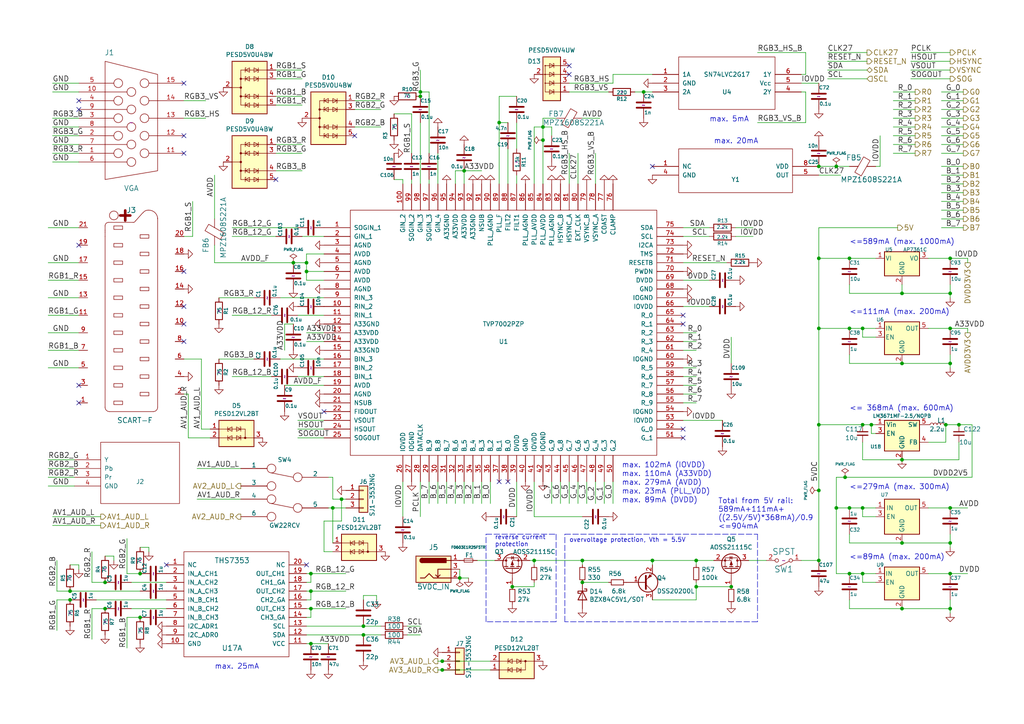
<source format=kicad_sch>
(kicad_sch (version 20211123) (generator eeschema)
  (paper "A4")
  (title_block (title "Open Source Scan Converter") (date "2023-05-18") (rev "1.8"))
  (junction (at 261.62 85.09))
  (junction (at 242.57 147.32))
  (junction (at 237.49 123.19))
  (junction (at 168.91 168.91))
  (junction (at 88.9 76.2))
  (junction (at 20.32 171.45))
  (junction (at 128.27 191.77))
  (junction (at 90.17 186.69))
  (junction (at 99.06 144.78))
  (junction (at 237.49 162.56))
  (junction (at 237.49 95.25))
  (junction (at 189.23 162.56))
  (junction (at 168.91 162.56))
  (junction (at 212.09 170.18))
  (junction (at 278.13 123.19))
  (junction (at 275.59 166.37))
  (junction (at 90.17 166.37))
  (junction (at 90.17 176.53))
  (junction (at 121.92 27.94))
  (junction (at 252.73 123.19))
  (junction (at 105.41 184.15))
  (junction (at 157.48 36.83))
  (junction (at 88.9 78.74))
  (junction (at 121.92 26.67))
  (junction (at 148.59 170.18))
  (junction (at 237.49 74.93))
  (junction (at 242.57 48.26))
  (junction (at 245.11 138.43))
  (junction (at 246.38 95.25))
  (junction (at 275.59 95.25))
  (junction (at 186.69 26.67))
  (junction (at 20.32 173.99))
  (junction (at 275.59 105.41))
  (junction (at 246.38 166.37))
  (junction (at 275.59 74.93))
  (junction (at 237.49 142.24))
  (junction (at 105.41 181.61))
  (junction (at 144.78 35.56))
  (junction (at 133.35 167.64))
  (junction (at 40.64 179.07))
  (junction (at 90.17 171.45))
  (junction (at 275.59 147.32))
  (junction (at 134.62 49.53))
  (junction (at 275.59 176.53))
  (junction (at 30.48 168.91))
  (junction (at 96.52 147.32))
  (junction (at 274.32 123.19))
  (junction (at 275.59 85.09))
  (junction (at 261.62 105.41))
  (junction (at 261.62 157.48))
  (junction (at 246.38 147.32))
  (junction (at 30.48 176.53))
  (junction (at 250.19 95.25))
  (junction (at 250.19 166.37))
  (junction (at 275.59 157.48))
  (junction (at 246.38 74.93))
  (junction (at 154.94 162.56))
  (junction (at 261.62 133.35))
  (junction (at 201.93 162.56))
  (junction (at 157.48 40.64))
  (junction (at 250.19 147.32))
  (junction (at 237.49 48.26))
  (junction (at 201.93 170.18))
  (junction (at 85.09 76.2))
  (junction (at 261.62 176.53))
  (junction (at 128.27 194.31))
  (junction (at 250.19 123.19))
  (junction (at 40.64 166.37))
  (no_connect (at 144.78 139.7))
  (no_connect (at 147.32 139.7))
  (no_connect (at 198.12 124.46))
  (no_connect (at 165.1 21.59))
  (no_connect (at 53.34 88.9))
  (no_connect (at 53.34 99.06))
  (no_connect (at 198.12 91.44))
  (no_connect (at 53.34 78.74))
  (no_connect (at 198.12 127))
  (no_connect (at 53.34 93.98))
  (no_connect (at 22.86 29.21))
  (no_connect (at 93.98 119.38))
  (no_connect (at 22.86 31.75))
  (no_connect (at 88.9 163.83))
  (no_connect (at 53.34 44.45))
  (no_connect (at 198.12 93.98))
  (no_connect (at 22.86 111.76))
  (no_connect (at 53.34 24.13))
  (no_connect (at 165.1 19.05))
  (no_connect (at 189.23 48.26))
  (no_connect (at 102.87 39.37))
  (no_connect (at 22.86 71.12))
  (no_connect (at 53.34 39.37))
  (no_connect (at 22.86 116.84))
  (no_connect (at 48.26 163.83))
  (no_connect (at 80.01 52.07))
  (wire (pts (xy 67.31 68.58) (xy 80.01 68.58)))
  (wire (pts (xy 201.93 111.76) (xy 198.12 111.76)))
  (wire (pts (xy 86.36 121.92) (xy 93.98 121.92)))
  (wire (pts (xy 176.53 168.91) (xy 168.91 168.91)))
  (wire (pts (xy 88.9 176.53) (xy 90.17 176.53)))
  (wire (pts (xy 237.49 95.25) (xy 237.49 74.93)))
  (wire (pts (xy 149.86 139.7) (xy 149.86 149.86)))
  (wire (pts (xy 87.63 68.58) (xy 93.98 68.58)))
  (wire (pts (xy 88.9 184.15) (xy 105.41 184.15)))
  (wire (pts (xy 127 146.05) (xy 127 139.7)))
  (wire (pts (xy 275.59 95.25) (xy 280.67 95.25)))
  (polyline (pts (xy 161.29 180.34) (xy 140.97 180.34)))
  (wire (pts (xy 201.93 163.83) (xy 201.93 162.56)))
  (wire (pts (xy 237.49 162.56) (xy 237.49 142.24)))
  (wire (pts (xy 139.7 146.05) (xy 139.7 139.7)))
  (wire (pts (xy 16.51 171.45) (xy 16.51 162.56)))
  (wire (pts (xy 237.49 48.26) (xy 242.57 48.26)))
  (wire (pts (xy 88.9 99.06) (xy 93.98 99.06)))
  (wire (pts (xy 237.49 66.04) (xy 237.49 74.93)))
  (wire (pts (xy 67.31 66.04) (xy 86.36 66.04)))
  (wire (pts (xy 87.63 41.91) (xy 80.01 41.91)))
  (wire (pts (xy 280.67 74.93) (xy 280.67 76.2)))
  (wire (pts (xy 281.94 138.43) (xy 245.11 138.43)))
  (wire (pts (xy 88.9 96.52) (xy 93.98 96.52)))
  (wire (pts (xy 109.22 173.99) (xy 109.22 172.72)))
  (wire (pts (xy 237.49 123.19) (xy 237.49 95.25)))
  (wire (pts (xy 273.05 48.26) (xy 279.4 48.26)))
  (wire (pts (xy 132.08 53.34) (xy 132.08 49.53)))
  (polyline (pts (xy 140.97 154.94) (xy 161.29 154.94)))
  (wire (pts (xy 279.4 39.37) (xy 273.05 39.37)))
  (wire (pts (xy 121.92 26.67) (xy 121.92 20.32)))
  (polyline (pts (xy 219.71 154.94) (xy 219.71 180.34)))
  (wire (pts (xy 121.92 184.15) (xy 118.11 184.15)))
  (wire (pts (xy 128.27 194.31) (xy 142.24 194.31)))
  (wire (pts (xy 22.86 96.52) (xy 13.97 96.52)))
  (wire (pts (xy 118.11 181.61) (xy 121.92 181.61)))
  (wire (pts (xy 144.78 27.94) (xy 144.78 35.56)))
  (wire (pts (xy 246.38 157.48) (xy 261.62 157.48)))
  (wire (pts (xy 82.55 111.76) (xy 93.98 111.76)))
  (wire (pts (xy 147.32 43.18) (xy 147.32 53.34)))
  (wire (pts (xy 198.12 68.58) (xy 205.74 68.58)))
  (wire (pts (xy 254 48.26) (xy 255.27 48.26)))
  (wire (pts (xy 154.94 36.83) (xy 154.94 53.34)))
  (wire (pts (xy 154.94 170.18) (xy 154.94 168.91)))
  (wire (pts (xy 124.46 146.05) (xy 124.46 139.7)))
  (wire (pts (xy 127 44.45) (xy 127 53.34)))
  (wire (pts (xy 264.16 22.86) (xy 275.59 22.86)))
  (wire (pts (xy 88.9 78.74) (xy 93.98 78.74)))
  (wire (pts (xy 246.38 85.09) (xy 261.62 85.09)))
  (wire (pts (xy 60.96 127) (xy 54.61 127)))
  (wire (pts (xy 250.19 168.91) (xy 254 168.91)))
  (wire (pts (xy 90.17 186.69) (xy 95.25 186.69)))
  (wire (pts (xy 53.34 104.14) (xy 58.42 104.14)))
  (wire (pts (xy 250.19 147.32) (xy 250.19 149.86)))
  (wire (pts (xy 240.03 17.78) (xy 251.46 17.78)))
  (wire (pts (xy 246.38 176.53) (xy 261.62 176.53)))
  (wire (pts (xy 88.9 166.37) (xy 90.17 166.37)))
  (wire (pts (xy 16.51 173.99) (xy 16.51 182.88)))
  (wire (pts (xy 177.8 139.7) (xy 177.8 146.05)))
  (wire (pts (xy 275.59 166.37) (xy 280.67 166.37)))
  (wire (pts (xy 137.16 146.05) (xy 137.16 139.7)))
  (wire (pts (xy 275.59 176.53) (xy 275.59 173.99)))
  (wire (pts (xy 20.32 173.99) (xy 16.51 173.99)))
  (wire (pts (xy 218.44 66.04) (xy 213.36 66.04)))
  (polyline (pts (xy 219.71 180.34) (xy 163.83 180.34)))
  (wire (pts (xy 134.62 49.53) (xy 134.62 53.34)))
  (wire (pts (xy 26.67 185.42) (xy 26.67 176.53)))
  (wire (pts (xy 280.67 95.25) (xy 280.67 96.52)))
  (wire (pts (xy 88.9 81.28) (xy 88.9 78.74)))
  (wire (pts (xy 278.13 133.35) (xy 278.13 128.27)))
  (wire (pts (xy 48.26 168.91) (xy 38.1 168.91)))
  (wire (pts (xy 90.17 171.45) (xy 100.33 171.45)))
  (wire (pts (xy 96.52 138.43) (xy 95.25 138.43)))
  (wire (pts (xy 57.15 144.78) (xy 69.85 144.78)))
  (wire (pts (xy 167.64 44.45) (xy 167.64 53.34)))
  (wire (pts (xy 142.24 146.05) (xy 142.24 139.7)))
  (wire (pts (xy 254 95.25) (xy 250.19 95.25)))
  (wire (pts (xy 15.24 152.4) (xy 29.21 152.4)))
  (wire (pts (xy 177.8 21.59) (xy 177.8 24.13)))
  (wire (pts (xy 100.33 147.32) (xy 96.52 147.32)))
  (wire (pts (xy 275.59 102.87) (xy 275.59 105.41)))
  (wire (pts (xy 273.05 58.42) (xy 279.4 58.42)))
  (wire (pts (xy 273.05 41.91) (xy 279.4 41.91)))
  (wire (pts (xy 168.91 162.56) (xy 189.23 162.56)))
  (wire (pts (xy 275.59 157.48) (xy 275.59 158.75)))
  (wire (pts (xy 259.08 36.83) (xy 265.43 36.83)))
  (wire (pts (xy 168.91 149.86) (xy 154.94 149.86)))
  (wire (pts (xy 15.24 39.37) (xy 22.86 39.37)))
  (wire (pts (xy 53.34 68.58) (xy 55.88 68.58)))
  (wire (pts (xy 93.98 109.22) (xy 86.36 109.22)))
  (wire (pts (xy 121.92 139.7) (xy 121.92 149.86)))
  (wire (pts (xy 16.51 171.45) (xy 20.32 171.45)))
  (wire (pts (xy 269.24 147.32) (xy 275.59 147.32)))
  (wire (pts (xy 237.49 162.56) (xy 232.41 162.56)))
  (wire (pts (xy 90.17 173.99) (xy 90.17 171.45)))
  (wire (pts (xy 157.48 40.64) (xy 157.48 53.34)))
  (wire (pts (xy 88.9 179.07) (xy 90.17 179.07)))
  (wire (pts (xy 279.4 50.8) (xy 273.05 50.8)))
  (wire (pts (xy 20.32 171.45) (xy 40.64 171.45)))
  (wire (pts (xy 57.15 135.89) (xy 69.85 135.89)))
  (wire (pts (xy 218.44 68.58) (xy 213.36 68.58)))
  (wire (pts (xy 254 125.73) (xy 252.73 125.73)))
  (polyline (pts (xy 163.83 180.34) (xy 163.83 154.94)))
  (wire (pts (xy 168.91 163.83) (xy 168.91 162.56)))
  (wire (pts (xy 219.71 35.56) (xy 233.68 35.56)))
  (wire (pts (xy 172.72 139.7) (xy 172.72 146.05)))
  (wire (pts (xy 189.23 163.83) (xy 189.23 162.56)))
  (wire (pts (xy 132.08 49.53) (xy 134.62 49.53)))
  (wire (pts (xy 96.52 157.48) (xy 96.52 147.32)))
  (wire (pts (xy 269.24 128.27) (xy 274.32 128.27)))
  (wire (pts (xy 78.74 91.44) (xy 67.31 91.44)))
  (polyline (pts (xy 161.29 154.94) (xy 161.29 180.34)))
  (wire (pts (xy 67.31 109.22) (xy 78.74 109.22)))
  (wire (pts (xy 157.48 34.29) (xy 157.48 36.83)))
  (wire (pts (xy 134.62 146.05) (xy 134.62 139.7)))
  (wire (pts (xy 22.86 46.99) (xy 15.24 46.99)))
  (wire (pts (xy 36.83 166.37) (xy 40.64 166.37)))
  (wire (pts (xy 275.59 105.41) (xy 275.59 106.68)))
  (wire (pts (xy 132.08 146.05) (xy 132.08 139.7)))
  (wire (pts (xy 105.41 184.15) (xy 110.49 184.15)))
  (wire (pts (xy 237.49 95.25) (xy 246.38 95.25)))
  (wire (pts (xy 165.1 44.45) (xy 165.1 53.34)))
  (wire (pts (xy 55.88 68.58) (xy 55.88 58.42)))
  (wire (pts (xy 116.84 53.34) (xy 116.84 52.07)))
  (wire (pts (xy 172.72 53.34) (xy 172.72 44.45)))
  (wire (pts (xy 157.48 36.83) (xy 160.02 36.83)))
  (wire (pts (xy 93.98 91.44) (xy 86.36 91.44)))
  (wire (pts (xy 13.97 133.35) (xy 21.59 133.35)))
  (wire (pts (xy 22.86 86.36) (xy 13.97 86.36)))
  (wire (pts (xy 278.13 123.19) (xy 281.94 123.19)))
  (wire (pts (xy 153.67 162.56) (xy 154.94 162.56)))
  (wire (pts (xy 237.49 50.8) (xy 243.84 50.8)))
  (wire (pts (xy 22.86 66.04) (xy 13.97 66.04)))
  (wire (pts (xy 259.08 26.67) (xy 265.43 26.67)))
  (wire (pts (xy 222.25 162.56) (xy 217.17 162.56)))
  (wire (pts (xy 242.57 147.32) (xy 246.38 147.32)))
  (wire (pts (xy 246.38 166.37) (xy 250.19 166.37)))
  (wire (pts (xy 265.43 44.45) (xy 259.08 44.45)))
  (wire (pts (xy 279.4 55.88) (xy 273.05 55.88)))
  (wire (pts (xy 198.12 121.92) (xy 209.55 121.92)))
  (wire (pts (xy 99.06 144.78) (xy 99.06 151.13)))
  (wire (pts (xy 33.02 162.56) (xy 33.02 161.29)))
  (wire (pts (xy 201.93 170.18) (xy 201.93 173.99)))
  (wire (pts (xy 160.02 146.05) (xy 160.02 139.7)))
  (wire (pts (xy 54.61 114.3) (xy 54.61 127)))
  (wire (pts (xy 121.92 27.94) (xy 121.92 26.67)))
  (wire (pts (xy 246.38 157.48) (xy 246.38 154.94)))
  (wire (pts (xy 53.34 34.29) (xy 59.69 34.29)))
  (wire (pts (xy 43.18 158.75) (xy 40.64 158.75)))
  (wire (pts (xy 36.83 156.21) (xy 36.83 166.37)))
  (wire (pts (xy 80.01 44.45) (xy 87.63 44.45)))
  (wire (pts (xy 198.12 76.2) (xy 210.82 76.2)))
  (wire (pts (xy 269.24 74.93) (xy 275.59 74.93)))
  (wire (pts (xy 15.24 149.86) (xy 29.21 149.86)))
  (wire (pts (xy 110.49 29.21) (xy 102.87 29.21)))
  (wire (pts (xy 88.9 73.66) (xy 93.98 73.66)))
  (wire (pts (xy 90.17 166.37) (xy 100.33 166.37)))
  (wire (pts (xy 102.87 36.83) (xy 110.49 36.83)))
  (wire (pts (xy 22.86 41.91) (xy 15.24 41.91)))
  (wire (pts (xy 62.23 71.12) (xy 62.23 76.2)))
  (wire (pts (xy 154.94 139.7) (xy 154.94 149.86)))
  (wire (pts (xy 240.03 22.86) (xy 251.46 22.86)))
  (wire (pts (xy 269.24 166.37) (xy 275.59 166.37)))
  (wire (pts (xy 279.4 44.45) (xy 273.05 44.45)))
  (wire (pts (xy 13.97 140.97) (xy 21.59 140.97)))
  (wire (pts (xy 189.23 162.56) (xy 201.93 162.56)))
  (wire (pts (xy 58.42 104.14) (xy 58.42 124.46)))
  (wire (pts (xy 265.43 34.29) (xy 259.08 34.29)))
  (wire (pts (xy 90.17 179.07) (xy 90.17 176.53)))
  (wire (pts (xy 88.9 78.74) (xy 88.9 76.2)))
  (wire (pts (xy 88.9 173.99) (xy 90.17 173.99)))
  (wire (pts (xy 250.19 95.25) (xy 250.19 97.79)))
  (wire (pts (xy 246.38 102.87) (xy 246.38 105.41)))
  (wire (pts (xy 246.38 176.53) (xy 246.38 173.99)))
  (wire (pts (xy 48.26 176.53) (xy 38.1 176.53)))
  (wire (pts (xy 240.03 20.32) (xy 251.46 20.32)))
  (wire (pts (xy 237.49 66.04) (xy 260.35 66.04)))
  (wire (pts (xy 254 166.37) (xy 250.19 166.37)))
  (wire (pts (xy 168.91 162.56) (xy 154.94 162.56)))
  (wire (pts (xy 201.93 116.84) (xy 198.12 116.84)))
  (wire (pts (xy 255.27 48.26) (xy 255.27 39.37)))
  (wire (pts (xy 201.93 168.91) (xy 201.93 170.18)))
  (wire (pts (xy 201.93 109.22) (xy 198.12 109.22)))
  (wire (pts (xy 233.68 35.56) (xy 233.68 26.67)))
  (wire (pts (xy 279.4 60.96) (xy 273.05 60.96)))
  (wire (pts (xy 184.15 26.67) (xy 186.69 26.67)))
  (wire (pts (xy 88.9 81.28) (xy 93.98 81.28)))
  (wire (pts (xy 22.86 163.83) (xy 20.32 163.83)))
  (wire (pts (xy 148.59 170.18) (xy 154.94 170.18)))
  (wire (pts (xy 62.23 76.2) (xy 85.09 76.2)))
  (wire (pts (xy 82.55 93.98) (xy 85.09 93.98)))
  (wire (pts (xy 53.34 114.3) (xy 54.61 114.3)))
  (wire (pts (xy 43.18 160.02) (xy 43.18 158.75)))
  (wire (pts (xy 157.48 36.83) (xy 157.48 40.64)))
  (wire (pts (xy 281.94 123.19) (xy 281.94 138.43)))
  (wire (pts (xy 93.98 151.13) (xy 93.98 160.02)))
  (wire (pts (xy 86.36 124.46) (xy 93.98 124.46)))
  (wire (pts (xy 165.1 26.67) (xy 176.53 26.67)))
  (wire (pts (xy 250.19 149.86) (xy 254 149.86)))
  (wire (pts (xy 160.02 36.83) (xy 160.02 39.37)))
  (wire (pts (xy 96.52 144.78) (xy 99.06 144.78)))
  (wire (pts (xy 26.67 168.91) (xy 26.67 160.02)))
  (wire (pts (xy 250.19 166.37) (xy 250.19 168.91)))
  (wire (pts (xy 165.1 146.05) (xy 165.1 139.7)))
  (wire (pts (xy 90.17 168.91) (xy 90.17 166.37)))
  (wire (pts (xy 22.86 91.44) (xy 13.97 91.44)))
  (wire (pts (xy 205.74 66.04) (xy 198.12 66.04)))
  (wire (pts (xy 162.56 146.05) (xy 162.56 139.7)))
  (wire (pts (xy 246.38 95.25) (xy 250.19 95.25)))
  (wire (pts (xy 85.09 76.2) (xy 88.9 76.2)))
  (wire (pts (xy 36.83 179.07) (xy 40.64 179.07)))
  (wire (pts (xy 274.32 128.27) (xy 274.32 123.19)))
  (wire (pts (xy 80.01 22.86) (xy 87.63 22.86)))
  (wire (pts (xy 201.93 96.52) (xy 198.12 96.52)))
  (wire (pts (xy 90.17 176.53) (xy 100.33 176.53)))
  (wire (pts (xy 63.5 86.36) (xy 73.66 86.36)))
  (wire (pts (xy 261.62 82.55) (xy 261.62 85.09)))
  (wire (pts (xy 15.24 44.45) (xy 22.86 44.45)))
  (wire (pts (xy 237.49 142.24) (xy 237.49 123.19)))
  (wire (pts (xy 93.98 160.02) (xy 96.52 160.02)))
  (wire (pts (xy 265.43 39.37) (xy 259.08 39.37)))
  (wire (pts (xy 240.03 15.24) (xy 251.46 15.24)))
  (wire (pts (xy 201.93 106.68) (xy 198.12 106.68)))
  (wire (pts (xy 261.62 157.48) (xy 275.59 157.48)))
  (wire (pts (xy 265.43 29.21) (xy 259.08 29.21)))
  (wire (pts (xy 219.71 15.24) (xy 233.68 15.24)))
  (wire (pts (xy 53.34 29.21) (xy 59.69 29.21)))
  (wire (pts (xy 124.46 52.07) (xy 124.46 53.34)))
  (wire (pts (xy 233.68 15.24) (xy 233.68 21.59)))
  (wire (pts (xy 245.11 138.43) (xy 242.57 138.43)))
  (wire (pts (xy 149.86 27.94) (xy 144.78 27.94)))
  (wire (pts (xy 88.9 181.61) (xy 105.41 181.61)))
  (wire (pts (xy 154.94 36.83) (xy 157.48 36.83)))
  (wire (pts (xy 121.92 35.56) (xy 121.92 53.34)))
  (wire (pts (xy 22.86 26.67) (xy 15.24 26.67)))
  (wire (pts (xy 88.9 171.45) (xy 90.17 171.45)))
  (wire (pts (xy 124.46 26.67) (xy 124.46 44.45)))
  (wire (pts (xy 250.19 133.35) (xy 261.62 133.35)))
  (wire (pts (xy 167.64 146.05) (xy 167.64 139.7)))
  (wire (pts (xy 134.62 49.53) (xy 139.7 49.53)))
  (wire (pts (xy 242.57 147.32) (xy 242.57 166.37)))
  (wire (pts (xy 116.84 52.07) (xy 114.3 52.07)))
  (wire (pts (xy 273.05 36.83) (xy 279.4 36.83)))
  (wire (pts (xy 261.62 105.41) (xy 275.59 105.41)))
  (wire (pts (xy 133.35 165.1) (xy 133.35 167.64)))
  (wire (pts (xy 269.24 95.25) (xy 275.59 95.25)))
  (wire (pts (xy 88.9 168.91) (xy 90.17 168.91)))
  (wire (pts (xy 22.86 81.28) (xy 13.97 81.28)))
  (wire (pts (xy 252.73 125.73) (xy 252.73 123.19)))
  (wire (pts (xy 275.59 82.55) (xy 275.59 85.09)))
  (wire (pts (xy 22.86 101.6) (xy 13.97 101.6)))
  (wire (pts (xy 259.08 31.75) (xy 265.43 31.75)))
  (wire (pts (xy 233.68 21.59) (xy 232.41 21.59)))
  (wire (pts (xy 201.93 101.6) (xy 198.12 101.6)))
  (wire (pts (xy 250.19 123.19) (xy 237.49 123.19)))
  (wire (pts (xy 237.49 74.93) (xy 246.38 74.93)))
  (wire (pts (xy 109.22 172.72) (xy 105.41 172.72)))
  (wire (pts (xy 99.06 151.13) (xy 93.98 151.13)))
  (wire (pts (xy 250.19 128.27) (xy 250.19 133.35)))
  (wire (pts (xy 252.73 123.19) (xy 254 123.19)))
  (wire (pts (xy 246.38 48.26) (xy 242.57 48.26)))
  (wire (pts (xy 198.12 88.9) (xy 205.74 88.9)))
  (wire (pts (xy 279.4 34.29) (xy 273.05 34.29)))
  (wire (pts (xy 135.89 167.64) (xy 133.35 167.64)))
  (wire (pts (xy 58.42 124.46) (xy 60.96 124.46)))
  (wire (pts (xy 198.12 81.28) (xy 205.74 81.28)))
  (wire (pts (xy 264.16 17.78) (xy 275.59 17.78)))
  (wire (pts (xy 275.59 176.53) (xy 275.59 177.8)))
  (wire (pts (xy 168.91 34.29) (xy 173.99 34.29)))
  (wire (pts (xy 275.59 74.93) (xy 280.67 74.93)))
  (wire (pts (xy 161.29 34.29) (xy 157.48 34.29)))
  (wire (pts (xy 128.27 191.77) (xy 142.24 191.77)))
  (wire (pts (xy 186.69 26.67) (xy 189.23 26.67)))
  (wire (pts (xy 143.51 162.56) (xy 138.43 162.56)))
  (wire (pts (xy 119.38 33.02) (xy 119.38 44.45)))
  (wire (pts (xy 96.52 144.78) (xy 96.52 138.43)))
  (wire (pts (xy 177.8 24.13) (xy 165.1 24.13)))
  (wire (pts (xy 81.28 86.36) (xy 93.98 86.36)))
  (wire (pts (xy 80.01 27.94) (xy 87.63 27.94)))
  (wire (pts (xy 274.32 123.19) (xy 278.13 123.19)))
  (wire (pts (xy 279.4 29.21) (xy 273.05 29.21)))
  (wire (pts (xy 252.73 123.19) (xy 250.19 123.19)))
  (wire (pts (xy 201.93 99.06) (xy 198.12 99.06)))
  (wire (pts (xy 189.23 173.99) (xy 201.93 173.99)))
  (wire (pts (xy 62.23 50.8) (xy 62.23 63.5)))
  (wire (pts (xy 246.38 74.93) (xy 254 74.93)))
  (polyline (pts (xy 140.97 180.34) (xy 140.97 154.94)))
  (wire (pts (xy 87.63 30.48) (xy 80.01 30.48)))
  (wire (pts (xy 264.16 15.24) (xy 275.59 15.24)))
  (wire (pts (xy 127 191.77) (xy 128.27 191.77)))
  (wire (pts (xy 254 147.32) (xy 250.19 147.32)))
  (wire (pts (xy 246.38 147.32) (xy 250.19 147.32)))
  (wire (pts (xy 22.86 106.68) (xy 13.97 106.68)))
  (wire (pts (xy 275.59 157.48) (xy 275.59 154.94)))
  (wire (pts (xy 88.9 186.69) (xy 90.17 186.69)))
  (wire (pts (xy 212.09 105.41) (xy 212.09 97.79)))
  (wire (pts (xy 261.62 176.53) (xy 275.59 176.53)))
  (wire (pts (xy 207.01 162.56) (xy 201.93 162.56)))
  (wire (pts (xy 246.38 82.55) (xy 246.38 85.09)))
  (wire (pts (xy 102.87 31.75) (xy 110.49 31.75)))
  (wire (pts (xy 26.67 176.53) (xy 30.48 176.53)))
  (wire (pts (xy 273.05 63.5) (xy 279.4 63.5)))
  (wire (pts (xy 189.23 21.59) (xy 177.8 21.59)))
  (wire (pts (xy 15.24 34.29) (xy 22.86 34.29)))
  (wire (pts (xy 13.97 135.89) (xy 21.59 135.89)))
  (wire (pts (xy 88.9 76.2) (xy 88.9 73.66)))
  (wire (pts (xy 124.46 26.67) (xy 121.92 26.67)))
  (wire (pts (xy 273.05 31.75) (xy 279.4 31.75)))
  (wire (pts (xy 13.97 138.43) (xy 21.59 138.43)))
  (wire (pts (xy 261.62 85.09) (xy 275.59 85.09)))
  (wire (pts (xy 129.54 146.05) (xy 129.54 139.7)))
  (wire (pts (xy 30.48 168.91) (xy 26.67 168.91)))
  (wire (pts (xy 82.55 101.6) (xy 82.55 93.98)))
  (wire (pts (xy 22.86 165.1) (xy 22.86 163.83)))
  (wire (pts (xy 63.5 104.14) (xy 73.66 104.14)))
  (wire (pts (xy 22.86 76.2) (xy 13.97 76.2)))
  (wire (pts (xy 246.38 105.41) (xy 261.62 105.41)))
  (wire (pts (xy 149.86 35.56) (xy 149.86 43.18)))
  (wire (pts (xy 144.78 35.56) (xy 144.78 53.34)))
  (wire (pts (xy 127 194.31) (xy 128.27 194.31)))
  (wire (pts (xy 275.59 147.32) (xy 280.67 147.32)))
  (wire (pts (xy 232.41 26.67) (xy 233.68 26.67)))
  (wire (pts (xy 114.3 33.02) (xy 119.38 33.02)))
  (polyline (pts (xy 163.83 154.94) (xy 219.71 154.94)))
  (wire (pts (xy 22.86 24.13) (xy 15.24 24.13)))
  (wire (pts (xy 273.05 26.67) (xy 279.4 26.67)))
  (wire (pts (xy 105.41 181.61) (xy 110.49 181.61)))
  (wire (pts (xy 27.94 173.99) (xy 48.26 173.99)))
  (wire (pts (xy 147.32 35.56) (xy 144.78 35.56)))
  (wire (pts (xy 170.18 146.05) (xy 170.18 139.7)))
  (wire (pts (xy 36.83 179.07) (xy 36.83 187.96)))
  (wire (pts (xy 275.59 85.09) (xy 275.59 86.36)))
  (wire (pts (xy 99.06 144.78) (xy 100.33 144.78)))
  (wire (pts (xy 279.4 66.04) (xy 273.05 66.04)))
  (wire (pts (xy 116.84 139.7) (xy 116.84 149.86)))
  (wire (pts (xy 154.94 163.83) (xy 154.94 162.56)))
  (wire (pts (xy 93.98 104.14) (xy 81.28 104.14)))
  (wire (pts (xy 232.41 24.13) (xy 237.49 24.13)))
  (wire (pts (xy 201.93 114.3) (xy 198.12 114.3)))
  (wire (pts (xy 22.86 36.83) (xy 15.24 36.83)))
  (wire (pts (xy 273.05 53.34) (xy 279.4 53.34)))
  (wire (pts (xy 242.57 138.43) (xy 242.57 147.32)))
  (wire (pts (xy 250.19 97.79) (xy 254 97.79)))
  (wire (pts (xy 119.38 53.34) (xy 119.38 52.07)))
  (wire (pts (xy 212.09 170.18) (xy 201.93 170.18)))
  (wire (pts (xy 261.62 133.35) (xy 278.13 133.35)))
  (wire (pts (xy 259.08 41.91) (xy 265.43 41.91)))
  (wire (pts (xy 105.41 172.72) (xy 105.41 173.99)))
  (wire (pts (xy 80.01 20.32) (xy 87.63 20.32)))
  (wire (pts (xy 80.01 49.53) (xy 87.63 49.53)))
  (wire (pts (xy 242.57 166.37) (xy 246.38 166.37)))
  (wire (pts (xy 264.16 20.32) (xy 275.59 20.32)))
  (wire (pts (xy 96.52 147.32) (xy 95.25 147.32)))
  (wire (pts (xy 33.02 161.29) (xy 30.48 161.29)))
  (wire (pts (xy 149.86 53.34) (xy 149.86 50.8)))
  (wire (pts (xy 175.26 139.7) (xy 175.26 146.05)))
  (wire (pts (xy 86.36 127) (xy 93.98 127)))
  (text "max. 25mA" (at 62.23 194.31 0) (effects (font (size 1.524 1.524)) (justify left bottom)))
  (text "<=589mA (max. 1000mA)" (at 246.38 71.12 0) (effects (font (size 1.524 1.524)) (justify left bottom)))
  (text "max. 20mA" (at 207.01 41.91 0) (effects (font (size 1.524 1.524)) (justify left bottom)))
  (text "<=279mA (max. 300mA)" (at 246.38 142.24 0) (effects (font (size 1.524 1.524)) (justify left bottom)))
  (text "max. 279mA (AVDD)" (at 180.34 140.97 0) (effects (font (size 1.524 1.524)) (justify left bottom)))
  (text "<=111mA (max. 200mA)" (at 246.38 91.44 0) (effects (font (size 1.524 1.524)) (justify left bottom)))
  (text "max. 23mA (PLL_VDD)" (at 180.34 143.51 0) (effects (font (size 1.524 1.524)) (justify left bottom)))
  (text "max. 89mA (DVDD)" (at 180.34 146.05 0) (effects (font (size 1.524 1.524)) (justify left bottom)))
  (text "max. 110mA (A33VDD)" (at 180.34 138.43 0) (effects (font (size 1.524 1.524)) (justify left bottom)))
  (text "reverse current\nprotection" (at 143.51 158.75 0) (effects (font (size 1.27 1.27)) (justify left bottom)))
  (text "<= 368mA (max. 600mA)" (at 246.38 119.38 0) (effects (font (size 1.524 1.524)) (justify left bottom)))
  (text "Total from 5V rail:\n589mA+111mA+\n((2.5V/5V)*368mA)/0.9\n<=904mA" (at 208.28 153.67 0) (effects (font (size 1.524 1.524)) (justify left bottom)))
  (text "max. 102mA (IOVDD)" (at 180.34 135.89 0) (effects (font (size 1.524 1.524)) (justify left bottom)))
  (text "max. 5mA" (at 205.74 35.56 0) (effects (font (size 1.524 1.524)) (justify left bottom)))
  (text "overvoltage protection, Vth = 5.5V" (at 165.1 157.48 0) (effects (font (size 1.27 1.27)) (justify left bottom)))
  (text "<=89mA (max. 200mA)" (at 246.38 162.56 0) (effects (font (size 1.524 1.524)) (justify left bottom)))
  (label "RGB3_B" (at 80.01 49.53 0) (effects (font (size 1.524 1.524))))
  (label "RGB2_R" (at 26.67 167.64 90) (effects (font (size 1.524 1.524))))
  (label "B_5" (at 129.54 144.78 90) (effects (font (size 1.524 1.524))))
  (label "G_1" (at 274.32 29.21 0) (effects (font (size 1.524 1.524))))
  (label "RGB3_R" (at 80.01 41.91 0) (effects (font (size 1.524 1.524))))
  (label "B_3" (at 134.62 144.78 90) (effects (font (size 1.524 1.524))))
  (label "B_6" (at 127 144.78 90) (effects (font (size 1.524 1.524))))
  (label "G_7" (at 160.02 144.78 90) (effects (font (size 1.524 1.524))))
  (label "RGB1_S" (at 80.01 20.32 0) (effects (font (size 1.524 1.524))))
  (label "RGB3_G" (at 80.01 44.45 0) (effects (font (size 1.524 1.524))))
  (label "G_5" (at 165.1 144.78 90) (effects (font (size 1.524 1.524))))
  (label "R_4" (at 260.35 36.83 0) (effects (font (size 1.524 1.524))))
  (label "GND" (at 15.24 140.97 0) (effects (font (size 1.524 1.524))))
  (label "RGB3_B" (at 15.24 34.29 0) (effects (font (size 1.524 1.524))))
  (label "R_7" (at 199.39 116.84 0) (effects (font (size 1.524 1.524))))
  (label "RGB_12_B" (at 67.31 109.22 0) (effects (font (size 1.524 1.524))))
  (label "G_2" (at 274.32 31.75 0) (effects (font (size 1.524 1.524))))
  (label "DVDD2V5" (at 270.51 138.43 0) (effects (font (size 1.524 1.524))))
  (label "RGB1_R" (at 13.97 81.28 0) (effects (font (size 1.524 1.524))))
  (label "B_7" (at 124.46 144.78 90) (effects (font (size 1.524 1.524))))
  (label "RGB3_B" (at 64.77 104.14 0) (effects (font (size 1.524 1.524))))
  (label "B_0" (at 142.24 144.78 90) (effects (font (size 1.524 1.524))))
  (label "GND" (at 15.24 96.52 0) (effects (font (size 1.524 1.524))))
  (label "AVDD" (at 168.91 34.29 0) (effects (font (size 1.524 1.524))))
  (label "IOVDD" (at 154.94 148.59 90) (effects (font (size 1.524 1.524))))
  (label "SOGOUT" (at 86.36 127 0) (effects (font (size 1.524 1.524))))
  (label "IOVDD" (at 276.86 74.93 0) (effects (font (size 1.524 1.524))))
  (label "R_0" (at 260.35 26.67 0) (effects (font (size 1.524 1.524))))
  (label "A33VDD" (at 276.86 95.25 0) (effects (font (size 1.524 1.524))))
  (label "B_1" (at 139.7 144.78 90) (effects (font (size 1.524 1.524))))
  (label "IOVDD" (at 232.41 24.13 0) (effects (font (size 1.524 1.524))))
  (label "RGB3_VS_B" (at 219.71 35.56 0) (effects (font (size 1.524 1.524))))
  (label "RGB3_HS" (at 166.37 24.13 0) (effects (font (size 1.524 1.524))))
  (label "RGB1_S" (at 55.88 67.31 90) (effects (font (size 1.524 1.524))))
  (label "R_6" (at 260.35 41.91 0) (effects (font (size 1.524 1.524))))
  (label "RGB_12_R" (at 91.44 171.45 0) (effects (font (size 1.524 1.524))))
  (label "SCL" (at 200.66 68.58 0) (effects (font (size 1.524 1.524))))
  (label "G_6" (at 274.32 41.91 0) (effects (font (size 1.524 1.524))))
  (label "RGB3_VS" (at 166.37 26.67 0) (effects (font (size 1.524 1.524))))
  (label "R_3" (at 260.35 34.29 0) (effects (font (size 1.524 1.524))))
  (label "GND" (at 15.24 66.04 0) (effects (font (size 1.524 1.524))))
  (label "RGB_12_G" (at 91.44 166.37 0) (effects (font (size 1.524 1.524))))
  (label "G_4" (at 167.64 144.78 90) (effects (font (size 1.524 1.524))))
  (label "RGB_12_G" (at 67.31 68.58 0) (effects (font (size 1.524 1.524))))
  (label "G_6" (at 162.56 144.78 90) (effects (font (size 1.524 1.524))))
  (label "RGB1_B" (at 36.83 187.96 90) (effects (font (size 1.524 1.524))))
  (label "R_5" (at 199.39 111.76 0) (effects (font (size 1.524 1.524))))
  (label "R_4" (at 199.39 109.22 0) (effects (font (size 1.524 1.524))))
  (label "IOVDD" (at 116.84 147.32 90) (effects (font (size 1.524 1.524))))
  (label "R_3" (at 199.39 106.68 0) (effects (font (size 1.524 1.524))))
  (label "R_5" (at 260.35 39.37 0) (effects (font (size 1.524 1.524))))
  (label "G_0" (at 274.32 26.67 0) (effects (font (size 1.524 1.524))))
  (label "RESET_N" (at 200.66 76.2 0) (effects (font (size 1.524 1.524))))
  (label "IOVDD" (at 199.39 88.9 0) (effects (font (size 1.524 1.524))))
  (label "R_1" (at 260.35 29.21 0) (effects (font (size 1.524 1.524))))
  (label "RGB1_S" (at 119.38 44.45 90) (effects (font (size 1.524 1.524))))
  (label "G_0" (at 177.8 144.78 90) (effects (font (size 1.524 1.524))))
  (label "RGB3_R" (at 15.24 44.45 0) (effects (font (size 1.524 1.524))))
  (label "HSOUT" (at 86.36 124.46 0) (effects (font (size 1.524 1.524))))
  (label "RGB1_G" (at 16.51 182.88 90) (effects (font (size 1.524 1.524))))
  (label "R_1" (at 199.39 99.06 0) (effects (font (size 1.524 1.524))))
  (label "A33VDD" (at 92.71 186.69 0) (effects (font (size 1.524 1.524))))
  (label "B_0" (at 274.32 48.26 0) (effects (font (size 1.524 1.524))))
  (label "DVDD" (at 149.86 147.32 90) (effects (font (size 1.524 1.524))))
  (label "AV1_AUD_R" (at 57.15 144.78 0) (effects (font (size 1.524 1.524))))
  (label "R_7" (at 260.35 44.45 0) (effects (font (size 1.524 1.524))))
  (label "RGB2_B" (at 102.87 36.83 0) (effects (font (size 1.524 1.524))))
  (label "AV1_AUD_L" (at 57.15 135.89 0) (effects (font (size 1.524 1.524))))
  (label "AV1_AUD_L" (at 15.24 149.86 0) (effects (font (size 1.524 1.524))))
  (label "RGB2_R" (at 102.87 29.21 0) (effects (font (size 1.524 1.524))))
  (label "R_0" (at 199.39 96.52 0) (effects (font (size 1.524 1.524))))
  (label "PCLK" (at 264.16 15.24 0) (effects (font (size 1.524 1.524))))
  (label "G_5" (at 274.32 39.37 0) (effects (font (size 1.524 1.524))))
  (label "RGB_12_G" (at 67.31 66.04 0) (effects (font (size 1.524 1.524))))
  (label "A33VDD" (at 88.9 96.52 0) (effects (font (size 1.524 1.524))))
  (label "VSOUT" (at 264.16 20.32 0) (effects (font (size 1.524 1.524))))
  (label "B_1" (at 274.32 50.8 0) (effects (font (size 1.524 1.524))))
  (label "IOVDD" (at 214.63 66.04 0) (effects (font (size 1.524 1.524))))
  (label "RGB3_R" (at 64.77 86.36 0) (effects (font (size 1.524 1.524))))
  (label "IOVDD" (at 255.27 46.99 90) (effects (font (size 1.524 1.524))))
  (label "B_7" (at 274.32 66.04 0) (effects (font (size 1.524 1.524))))
  (label "IOVDD" (at 200.66 121.92 0) (effects (font (size 1.524 1.524))))
  (label "AVDD_F" (at 69.85 76.2 0) (effects (font (size 1.524 1.524))))
  (label "RGB3_HS_B" (at 219.71 15.24 0) (effects (font (size 1.524 1.524))))
  (label "RGB1_G" (at 80.01 22.86 0) (effects (font (size 1.524 1.524))))
  (label "A33VDD" (at 88.9 99.06 0) (effects (font (size 1.524 1.524))))
  (label "G_3" (at 274.32 34.29 0) (effects (font (size 1.524 1.524))))
  (label "RGB_12_B" (at 91.44 176.53 0) (effects (font (size 1.524 1.524))))
  (label "RGB3_VS_B" (at 172.72 50.8 90) (effects (font (size 1.524 1.524))))
  (label "AV1_AUD_R" (at 15.24 152.4 0) (effects (font (size 1.524 1.524))))
  (label "R_6" (at 199.39 114.3 0) (effects (font (size 1.524 1.524))))
  (label "RGB1_B" (at 80.01 27.94 0) (effects (font (size 1.524 1.524))))
  (label "RGB1_B" (at 13.97 101.6 0) (effects (font (size 1.524 1.524))))
  (label "GND" (at 15.24 41.91 0) (effects (font (size 1.524 1.524))))
  (label "GND" (at 15.24 26.67 0) (effects (font (size 1.524 1.524))))
  (label "RGB3_G" (at 121.92 26.67 90) (effects (font (size 1.524 1.524))))
  (label "GND" (at 15.24 24.13 0) (effects (font (size 1.524 1.524))))
  (label "AV1_AUD_R" (at 54.61 124.46 90) (effects (font (size 1.524 1.524))))
  (label "PCLK" (at 121.92 148.59 90) (effects (font (size 1.524 1.524))))
  (label "G_2" (at 172.72 140.97 270) (effects (font (size 1.524 1.524))))
  (label "SCL" (at 118.11 181.61 0) (effects (font (size 1.524 1.524))))
  (label "B_2" (at 274.32 53.34 0) (effects (font (size 1.524 1.524))))
  (label "RGB2_G" (at 102.87 31.75 0) (effects (font (size 1.524 1.524))))
  (label "RGB2_B" (at 13.97 135.89 0) (effects (font (size 1.524 1.524))))
  (label "G_1" (at 175.26 140.97 270) (effects (font (size 1.524 1.524))))
  (label "CLK27" (at 240.03 15.24 0) (effects (font (size 1.524 1.524))))
  (label "G_4" (at 274.32 36.83 0) (effects (font (size 1.524 1.524))))
  (label "SDA" (at 118.11 184.15 0) (effects (font (size 1.524 1.524))))
  (label "CLK27" (at 167.64 52.07 90) (effects (font (size 1.524 1.524))))
  (label "SDA" (at 240.03 20.32 0) (effects (font (size 1.524 1.524))))
  (label "RGB3_G" (at 15.24 39.37 0) (effects (font (size 1.524 1.524))))
  (label "GND" (at 15.24 106.68 0) (effects (font (size 1.524 1.524))))
  (label "B_3" (at 274.32 55.88 0) (effects (font (size 1.524 1.524))))
  (label "CLK27" (at 237.49 50.8 0) (effects (font (size 1.524 1.524))))
  (label "G_7" (at 274.32 44.45 0) (effects (font (size 1.524 1.524))))
  (label "B_2" (at 137.16 144.78 90) (effects (font (size 1.524 1.524))))
  (label "5VDC" (at 237.49 139.7 90) (effects (font (size 1.524 1.524))))
  (label "SOGOUT" (at 264.16 22.86 0) (effects (font (size 1.524 1.524))))
  (label "AV1_AUD_L" (at 58.42 124.46 90) (effects (font (size 1.524 1.524))))
  (label "A33VDD" (at 82.55 101.6 90) (effects (font (size 1.524 1.524))))
  (label "RGB2_R" (at 13.97 138.43 0) (effects (font (size 1.524 1.524))))
  (label "G_3" (at 170.18 144.78 90) (effects (font (size 1.524 1.524))))
  (label "DVDD" (at 212.09 104.14 90) (effects (font (size 1.524 1.524))))
  (label "HSOUT" (at 264.16 17.78 0) (effects (font (size 1.524 1.524))))
  (label "IOVDD" (at 214.63 68.58 0) (effects (font (size 1.524 1.524))))
  (label "SCL" (at 240.03 22.86 0) (effects (font (size 1.524 1.524))))
  (label "RGB1_R" (at 26.67 185.42 90) (effects (font (size 1.524 1.524))))
  (label "AVDD_F" (at 85.09 111.76 0) (effects (font (size 1.524 1.524))))
  (label "SDA" (at 204.47 66.04 180) (effects (font (size 1.524 1.524))))
  (label "RGB3_VS" (at 53.34 29.21 0) (effects (font (size 1.524 1.524))))
  (label "VSOUT" (at 86.36 121.92 0) (effects (font (size 1.524 1.524))))
  (label "R_2" (at 199.39 101.6 0) (effects (font (size 1.524 1.524))))
  (label "AVDD" (at 62.23 57.15 90) (effects (font (size 1.524 1.524))))
  (label "RGB1_R" (at 80.01 30.48 0) (effects (font (size 1.524 1.524))))
  (label "RESET_N" (at 240.03 17.78 0) (effects (font (size 1.524 1.524))))
  (label "GND" (at 15.24 46.99 0) (effects (font (size 1.524 1.524))))
  (label "GND" (at 15.24 36.83 0) (effects (font (size 1.524 1.524))))
  (label "RGB2_B" (at 16.51 170.18 90) (effects (font (size 1.524 1.524))))
  (label "DVDD" (at 199.39 81.28 0) (effects (font (size 1.524 1.524))))
  (label "B_4" (at 132.08 144.78 90) (effects (font (size 1.524 1.524))))
  (label "DVDD" (at 278.13 166.37 0) (effects (font (size 1.524 1.524))))
  (label "R_2" (at 260.35 31.75 0) (effects (font (size 1.524 1.524))))
  (label "B_4" (at 274.32 58.42 0) (effects (font (size 1.524 1.524))))
  (label "RGB2_G" (at 36.83 156.21 270) (effects (font (size 1.524 1.524))))
  (label "RGB_12_R" (at 67.31 91.44 0) (effects (font (size 1.524 1.524))))
  (label "GND" (at 15.24 76.2 0) (effects (font (size 1.524 1.524))))
  (label "RGB2_G" (at 13.97 133.35 0) (effects (font (size 1.524 1.524))))
  (label "RGB3_HS" (at 53.34 34.29 0) (effects (font (size 1.524 1.524))))
  (label "AVDD" (at 278.13 147.32 0) (effects (font (size 1.524 1.524))))
  (label "A33VDD" (at 134.62 49.53 0) (effects (font (size 1.524 1.524))))
  (label "GND" (at 15.24 86.36 0) (effects (font (size 1.524 1.524))))
  (label "B_5" (at 274.32 60.96 0) (effects (font (size 1.524 1.524))))
  (label "RGB3_HS_B" (at 165.1 50.8 90) (effects (font (size 1.524 1.524))))
  (label "B_6" (at 274.32 63.5 0) (effects (font (size 1.524 1.524))))
  (label "RGB1_G" (at 13.97 91.44 0) (effects (font (size 1.524 1.524))))
  (hierarchical_label "R6" (shape output) (at 265.43 41.91 0) (effects (font (size 1.524 1.524))))
  (hierarchical_label "SCL" (shape input) (at 251.46 22.86 0) (effects (font (size 1.524 1.524))))
  (hierarchical_label "G0" (shape output) (at 279.4 26.67 0) (effects (font (size 1.524 1.524))))
  (hierarchical_label "G3" (shape output) (at 279.4 34.29 0) (effects (font (size 1.524 1.524))))
  (hierarchical_label "R2" (shape output) (at 265.43 31.75 0) (effects (font (size 1.524 1.524))))
  (hierarchical_label "SDA" (shape bidirectional) (at 251.46 20.32 0) (effects (font (size 1.524 1.524))))
  (hierarchical_label "DVDD3V3" (shape output) (at 280.67 76.2 270) (effects (font (size 1.524 1.524))))
  (hierarchical_label "B4" (shape output) (at 279.4 58.42 0) (effects (font (size 1.524 1.524))))
  (hierarchical_label "R4" (shape output) (at 265.43 36.83 0) (effects (font (size 1.524 1.524))))
  (hierarchical_label "G7" (shape output) (at 279.4 44.45 0) (effects (font (size 1.524 1.524))))
  (hierarchical_label "AVDD3V3" (shape output) (at 280.67 96.52 270) (effects (font (size 1.524 1.524))))
  (hierarchical_label "B1" (shape output) (at 279.4 50.8 0) (effects (font (size 1.524 1.524))))
  (hierarchical_label "CLK27" (shape output) (at 251.46 15.24 0) (effects (font (size 1.524 1.524))))
  (hierarchical_label "SOG" (shape output) (at 275.59 22.86 0) (effects (font (size 1.524 1.524))))
  (hierarchical_label "R5" (shape output) (at 265.43 39.37 0) (effects (font (size 1.524 1.524))))
  (hierarchical_label "RESET_N" (shape output) (at 251.46 17.78 0) (effects (font (size 1.524 1.524))))
  (hierarchical_label "AV3_AUD_R" (shape output) (at 127 194.31 180) (effects (font (size 1.524 1.524))))
  (hierarchical_label "R7" (shape output) (at 265.43 44.45 0) (effects (font (size 1.524 1.524))))
  (hierarchical_label "B7" (shape output) (at 279.4 66.04 0) (effects (font (size 1.524 1.524))))
  (hierarchical_label "AV2_AUD_L" (shape output) (at 69.85 140.97 180) (effects (font (size 1.524 1.524))))
  (hierarchical_label "5V" (shape output) (at 260.35 66.04 0) (effects (font (size 1.524 1.524))))
  (hierarchical_label "G2" (shape output) (at 279.4 31.75 0) (effects (font (size 1.524 1.524))))
  (hierarchical_label "B0" (shape output) (at 279.4 48.26 0) (effects (font (size 1.524 1.524))))
  (hierarchical_label "G4" (shape output) (at 279.4 36.83 0) (effects (font (size 1.524 1.524))))
  (hierarchical_label "B2" (shape output) (at 279.4 53.34 0) (effects (font (size 1.524 1.524))))
  (hierarchical_label "AV2_AUD_R" (shape output) (at 69.85 149.86 180) (effects (font (size 1.524 1.524))))
  (hierarchical_label "B5" (shape output) (at 279.4 60.96 0) (effects (font (size 1.524 1.524))))
  (hierarchical_label "AV1_AUD_R" (shape output) (at 29.21 152.4 0) (effects (font (size 1.524 1.524))))
  (hierarchical_label "B6" (shape output) (at 279.4 63.5 0) (effects (font (size 1.524 1.524))))
  (hierarchical_label "HSYNC" (shape output) (at 275.59 17.78 0) (effects (font (size 1.524 1.524))))
  (hierarchical_label "G6" (shape output) (at 279.4 41.91 0) (effects (font (size 1.524 1.524))))
  (hierarchical_label "G5" (shape output) (at 279.4 39.37 0) (effects (font (size 1.524 1.524))))
  (hierarchical_label "G1" (shape output) (at 279.4 29.21 0) (effects (font (size 1.524 1.524))))
  (hierarchical_label "R3" (shape output) (at 265.43 34.29 0) (effects (font (size 1.524 1.524))))
  (hierarchical_label "AV1_AUD_L" (shape output) (at 29.21 149.86 0) (effects (font (size 1.524 1.524))))
  (hierarchical_label "AV3_AUD_L" (shape output) (at 127 191.77 180) (effects (font (size 1.524 1.524))))
  (hierarchical_label "B3" (shape output) (at 279.4 55.88 0) (effects (font (size 1.524 1.524))))
  (hierarchical_label "R1" (shape output) (at 265.43 29.21 0) (effects (font (size 1.524 1.524))))
  (hierarchical_label "PCLK" (shape output) (at 275.59 15.24 0) (effects (font (size 1.524 1.524))))
  (hierarchical_label "R0" (shape output) (at 265.43 26.67 0) (effects (font (size 1.524 1.524))))
  (hierarchical_label "VSYNC" (shape output) (at 275.59 20.32 0) (effects (font (size 1.524 1.524))))
  (symbol (lib_id "custom_components:TVP7002") (at 146.05 96.52 0) (unit 1)
    (property "Reference" "U1" (at 146.05 99.06 0))
    (property "Value" "TVP7002PZP" (at 146.05 93.98 0))
    (property "Footprint" "custom_components:TQFP-100_thermal" (effects hide))
    (property "Datasheet" "DOCUMENTATION" (effects hide))
  )
  (symbol (lib_id "Connector:SCART-F") (at 38.1 91.44 0) (unit 1)
    (property "Reference" "J3" (at 38.1 60.96 0) (effects (font (size 1.524 1.524))))
    (property "Value" "SCART-F" (at 39.116 121.92 0) (effects (font (size 1.524 1.524))))
    (property "Footprint" "custom_components:SCART_CONN" (effects hide))
  )
  (symbol (lib_id "custom_components:VGA") (at 38.1 35.56 0) (unit 1)
    (property "Reference" "J1" (at 31.75 15.24 0) (effects (font (size 1.524 1.524))))
    (property "Value" "VGA" (at 38.1 54.61 0) (effects (font (size 1.524 1.524))))
    (property "Footprint" "custom_components:VGA_CONN" (effects hide))
    (property "Datasheet" "~" (at 38.1 35.56 0) (effects (font (size 1.524 1.524))))
  )
  (symbol (lib_id "custom_components:3xRCA_CONN") (at 40.64 137.16 0) (unit 1)
    (property "Reference" "J2" (at 40.64 139.7 0))
    (property "Datasheet" "DOCUMENTATION" (effects hide))
  )
  (symbol (lib_id "Connector:Barrel_Jack_Switch") (at 125.73 165.1 0) (unit 1)
    (property "Reference" "J5" (at 125.73 158.75 0) (effects (font (size 1.524 1.524))))
    (property "Value" "5VDC_IN" (at 125.73 170.18 0) (effects (font (size 1.524 1.524))))
    (property "Footprint" "custom_components:BARREL_JACK_roundconn" (effects hide))
  )
  (symbol (lib_id "Regulator_Linear:TLV70019_SOT23-5") (at 261.62 168.91 0) (unit 1)
    (property "Reference" "U9" (at 255.27 163.83 0) (effects (font (size 1.016 1.016))))
  )
  (symbol (lib_id "Device:C") (at 246.38 151.13 0) (mirror x) (unit 1)
    (property "Reference" "C32" (at 246.38 153.67 0) (effects (font (size 1.016 1.016)) (justify left)))
    (property "Value" "1u" (at 246.5324 148.971 0) (effects (font (size 1.016 1.016)) (justify left)))
    (property "Footprint" "custom_components:SM0603_Capa_libcms" (effects hide))
    (property "Datasheet" "~" (at 246.38 151.13 0) (effects (font (size 1.524 1.524))))
  )
  (symbol (lib_id "Device:C") (at 275.59 151.13 0) (unit 1)
    (property "Reference" "C35" (at 275.59 148.59 0) (effects (font (size 1.016 1.016)) (justify left)))
    (property "Value" "1u" (at 275.7424 153.289 0) (effects (font (size 1.016 1.016)) (justify left)))
    (property "Footprint" "custom_components:SM0603_Capa_libcms" (effects hide))
    (property "Datasheet" "~" (at 275.59 151.13 0) (effects (font (size 1.524 1.524))))
  )
  (symbol (lib_id "Device:C") (at 275.59 170.18 0) (unit 1)
    (property "Reference" "C37" (at 275.59 167.64 0) (effects (font (size 1.016 1.016)) (justify left)))
    (property "Value" "1u" (at 275.7424 172.339 0) (effects (font (size 1.016 1.016)) (justify left)))
    (property "Footprint" "custom_components:SM0603_Capa_libcms" (effects hide))
    (property "Datasheet" "~" (at 275.59 170.18 0) (effects (font (size 1.524 1.524))))
  )
  (symbol (lib_id "Device:C") (at 246.38 170.18 0) (unit 1)
    (property "Reference" "C34" (at 246.38 167.64 0) (effects (font (size 1.016 1.016)) (justify left)))
    (property "Value" "1u" (at 246.5324 172.339 0) (effects (font (size 1.016 1.016)) (justify left)))
    (property "Footprint" "custom_components:SM0603_Capa_libcms" (effects hide))
    (property "Datasheet" "~" (at 246.38 170.18 0) (effects (font (size 1.524 1.524))))
  )
  (symbol (lib_id "power:GND") (at 275.59 158.75 0) (unit 1)
    (property "Reference" "#PWR079" (effects hide))
    (property "Value" "GND" (effects hide))
  )
  (symbol (lib_id "power:GND") (at 275.59 177.8 0) (unit 1)
    (property "Reference" "#PWR080" (effects hide))
    (property "Value" "GND" (effects hide))
  )
  (symbol (lib_id "power:GND") (at 135.89 167.64 0) (unit 1)
    (property "Reference" "#PWR081" (effects hide))
    (property "Value" "GND" (effects hide))
  )
  (symbol (lib_id "Device:C") (at 34.29 176.53 90) (unit 1)
    (property "Reference" "C6" (at 31.75 176.53 0) (effects (font (size 1.016 1.016)) (justify left)))
    (property "Value" "1u" (at 36.449 176.3776 0) (effects (font (size 1.016 1.016)) (justify left)))
    (property "Footprint" "custom_components:SM0603_Capa_libcms" (effects hide))
    (property "Datasheet" "~" (at 34.29 176.53 0) (effects (font (size 1.524 1.524))))
  )
  (symbol (lib_id "Device:C") (at 34.29 168.91 90) (unit 1)
    (property "Reference" "C3" (at 31.75 168.91 0) (effects (font (size 1.016 1.016)) (justify left)))
    (property "Value" "1u" (at 36.449 168.7576 0) (effects (font (size 1.016 1.016)) (justify left)))
    (property "Footprint" "custom_components:SM0603_Capa_libcms" (effects hide))
    (property "Datasheet" "~" (at 34.29 168.91 0) (effects (font (size 1.524 1.524))))
  )
  (symbol (lib_id "Device:C") (at 77.47 86.36 90) (unit 1)
    (property "Reference" "C1" (at 74.93 86.36 0) (effects (font (size 1.016 1.016)) (justify left)))
    (property "Value" "0.1u" (at 79.629 86.2076 0) (effects (font (size 1.016 1.016)) (justify left)))
    (property "Footprint" "custom_components:SM0603_Capa_libcms" (effects hide))
    (property "Datasheet" "~" (at 77.47 86.36 0) (effects (font (size 1.524 1.524))))
  )
  (symbol (lib_id "Device:R") (at 30.48 180.34 0) (unit 1)
    (property "Reference" "R7" (at 32.512 180.34 90) (effects (font (size 1.016 1.016))))
    (property "Value" "75" (at 30.6578 180.3146 90) (effects (font (size 1.016 1.016))))
    (property "Footprint" "custom_components:SM0603_Resistor_libcms" (effects hide))
    (property "Datasheet" "~" (at 30.48 180.34 0) (effects (font (size 0.762 0.762))))
  )
  (symbol (lib_id "Device:R") (at 30.48 165.1 180) (unit 1)
    (property "Reference" "R4" (at 28.448 165.1 90) (effects (font (size 1.016 1.016))))
    (property "Value" "75" (at 30.3022 165.1254 90) (effects (font (size 1.016 1.016))))
    (property "Footprint" "custom_components:SM0603_Resistor_libcms" (effects hide))
    (property "Datasheet" "~" (at 30.48 165.1 0) (effects (font (size 0.762 0.762))))
  )
  (symbol (lib_id "Device:R") (at 63.5 90.17 0) (unit 1)
    (property "Reference" "R1" (at 65.532 90.17 90) (effects (font (size 1.016 1.016))))
    (property "Value" "75" (at 63.6778 90.1446 90) (effects (font (size 1.016 1.016))))
    (property "Footprint" "custom_components:SM0603_Resistor_libcms" (effects hide))
    (property "Datasheet" "~" (at 63.5 90.17 0) (effects (font (size 0.762 0.762))))
  )
  (symbol (lib_id "power:GND") (at 30.48 184.15 0) (unit 1)
    (property "Reference" "#PWR082" (effects hide))
    (property "Value" "GND" (effects hide))
  )
  (symbol (lib_id "power:GND") (at 33.02 162.56 0) (unit 1)
    (property "Reference" "#PWR083" (effects hide))
    (property "Value" "GND" (effects hide))
  )
  (symbol (lib_id "power:GND") (at 63.5 93.98 0) (unit 1)
    (property "Reference" "#PWR084" (effects hide))
    (property "Value" "GND" (effects hide))
  )
  (symbol (lib_id "Device:C") (at 44.45 179.07 90) (unit 1)
    (property "Reference" "C7" (at 41.91 179.07 0) (effects (font (size 1.016 1.016)) (justify left)))
    (property "Value" "1u" (at 46.609 178.9176 0) (effects (font (size 1.016 1.016)) (justify left)))
    (property "Footprint" "custom_components:SM0603_Capa_libcms" (effects hide))
    (property "Datasheet" "~" (at 44.45 179.07 0) (effects (font (size 1.524 1.524))))
  )
  (symbol (lib_id "Device:C") (at 44.45 171.45 90) (unit 1)
    (property "Reference" "C4" (at 41.91 171.45 0) (effects (font (size 1.016 1.016)) (justify left)))
    (property "Value" "1u" (at 46.609 171.2976 0) (effects (font (size 1.016 1.016)) (justify left)))
    (property "Footprint" "custom_components:SM0603_Capa_libcms" (effects hide))
    (property "Datasheet" "~" (at 44.45 171.45 0) (effects (font (size 1.524 1.524))))
  )
  (symbol (lib_id "Device:C") (at 77.47 104.14 90) (unit 1)
    (property "Reference" "C2" (at 74.93 104.14 0) (effects (font (size 1.016 1.016)) (justify left)))
    (property "Value" "0.1u" (at 79.629 103.9876 0) (effects (font (size 1.016 1.016)) (justify left)))
    (property "Footprint" "custom_components:SM0603_Capa_libcms" (effects hide))
    (property "Datasheet" "~" (at 77.47 104.14 0) (effects (font (size 1.524 1.524))))
  )
  (symbol (lib_id "Device:R") (at 40.64 182.88 0) (unit 1)
    (property "Reference" "R8" (at 42.672 182.88 90) (effects (font (size 1.016 1.016))))
    (property "Value" "75" (at 40.8178 182.8546 90) (effects (font (size 1.016 1.016))))
    (property "Footprint" "custom_components:SM0603_Resistor_libcms" (effects hide))
    (property "Datasheet" "~" (at 40.64 182.88 0) (effects (font (size 0.762 0.762))))
  )
  (symbol (lib_id "Device:R") (at 20.32 167.64 180) (unit 1)
    (property "Reference" "R5" (at 18.288 167.64 90) (effects (font (size 1.016 1.016))))
    (property "Value" "75" (at 20.1422 167.6654 90) (effects (font (size 1.016 1.016))))
    (property "Footprint" "custom_components:SM0603_Resistor_libcms" (effects hide))
    (property "Datasheet" "~" (at 20.32 167.64 0) (effects (font (size 0.762 0.762))))
  )
  (symbol (lib_id "Device:R") (at 63.5 107.95 0) (unit 1)
    (property "Reference" "R2" (at 65.532 107.95 90) (effects (font (size 1.016 1.016))))
    (property "Value" "75" (at 63.6778 107.9246 90) (effects (font (size 1.016 1.016))))
    (property "Footprint" "custom_components:SM0603_Resistor_libcms" (effects hide))
    (property "Datasheet" "~" (at 63.5 107.95 0) (effects (font (size 0.762 0.762))))
  )
  (symbol (lib_id "power:GND") (at 40.64 186.69 0) (unit 1)
    (property "Reference" "#PWR085" (effects hide))
    (property "Value" "GND" (effects hide))
  )
  (symbol (lib_id "power:GND") (at 22.86 165.1 0) (unit 1)
    (property "Reference" "#PWR086" (effects hide))
    (property "Value" "GND" (effects hide))
  )
  (symbol (lib_id "power:GND") (at 63.5 111.76 0) (unit 1)
    (property "Reference" "#PWR087" (effects hide))
    (property "Value" "GND" (effects hide))
  )
  (symbol (lib_id "Device:C") (at 85.09 97.79 0) (unit 1)
    (property "Reference" "C10" (at 85.09 95.25 0) (effects (font (size 1.016 1.016)) (justify left)))
    (property "Value" "0.1u" (at 85.2424 99.949 0) (effects (font (size 1.016 1.016)) (justify left)))
    (property "Footprint" "custom_components:SM0603_Capa_libcms" (effects hide))
    (property "Datasheet" "~" (at 85.09 97.79 0) (effects (font (size 1.524 1.524))))
  )
  (symbol (lib_id "power:GND") (at 85.09 101.6 0) (unit 1)
    (property "Reference" "#PWR088" (effects hide))
    (property "Value" "GND" (effects hide))
  )
  (symbol (lib_id "Device:C") (at 90.17 66.04 90) (unit 1)
    (property "Reference" "C11" (at 87.63 66.04 0) (effects (font (size 1.016 1.016)) (justify left)))
    (property "Value" "1n" (at 92.329 65.8876 0) (effects (font (size 1.016 1.016)) (justify left)))
    (property "Footprint" "custom_components:SM0603_Capa_libcms" (effects hide))
    (property "Datasheet" "~" (at 90.17 66.04 0) (effects (font (size 1.524 1.524))))
  )
  (symbol (lib_id "Device:C") (at 24.13 173.99 90) (unit 1)
    (property "Reference" "C5" (at 21.59 173.99 0) (effects (font (size 1.016 1.016)) (justify left)))
    (property "Value" "1u" (at 26.289 173.8376 0) (effects (font (size 1.016 1.016)) (justify left)))
    (property "Footprint" "custom_components:SM0603_Capa_libcms" (effects hide))
    (property "Datasheet" "~" (at 24.13 173.99 0) (effects (font (size 1.524 1.524))))
  )
  (symbol (lib_id "Device:R") (at 20.32 177.8 0) (unit 1)
    (property "Reference" "R6" (at 22.352 177.8 90) (effects (font (size 1.016 1.016))))
    (property "Value" "75" (at 20.4978 177.7746 90) (effects (font (size 1.016 1.016))))
    (property "Footprint" "custom_components:SM0603_Resistor_libcms" (effects hide))
    (property "Datasheet" "~" (at 20.32 177.8 0) (effects (font (size 0.762 0.762))))
  )
  (symbol (lib_id "power:GND") (at 20.32 181.61 0) (unit 1)
    (property "Reference" "#PWR089" (effects hide))
    (property "Value" "GND" (effects hide))
  )
  (symbol (lib_id "Device:C") (at 85.09 80.01 0) (unit 1)
    (property "Reference" "C8" (at 85.09 77.47 0) (effects (font (size 1.016 1.016)) (justify left)))
    (property "Value" "0.1u" (at 85.2424 82.169 0) (effects (font (size 1.016 1.016)) (justify left)))
    (property "Footprint" "custom_components:SM0603_Capa_libcms" (effects hide))
    (property "Datasheet" "~" (at 85.09 80.01 0) (effects (font (size 1.524 1.524))))
  )
  (symbol (lib_id "power:GND") (at 85.09 83.82 0) (unit 1)
    (property "Reference" "#PWR090" (effects hide))
    (property "Value" "GND" (effects hide))
  )
  (symbol (lib_id "Device:C") (at 44.45 166.37 90) (unit 1)
    (property "Reference" "C12" (at 41.91 166.37 0) (effects (font (size 1.016 1.016)) (justify left)))
    (property "Value" "1u" (at 46.609 166.2176 0) (effects (font (size 1.016 1.016)) (justify left)))
    (property "Footprint" "custom_components:SM0603_Capa_libcms" (effects hide))
    (property "Datasheet" "~" (at 44.45 166.37 0) (effects (font (size 1.524 1.524))))
  )
  (symbol (lib_id "Device:R") (at 40.64 162.56 180) (unit 1)
    (property "Reference" "R9" (at 38.608 162.56 90) (effects (font (size 1.016 1.016))))
    (property "Value" "75" (at 40.4622 162.5854 90) (effects (font (size 1.016 1.016))))
    (property "Footprint" "custom_components:SM0603_Resistor_libcms" (effects hide))
    (property "Datasheet" "~" (at 40.64 162.56 0) (effects (font (size 0.762 0.762))))
  )
  (symbol (lib_id "power:GND") (at 43.18 160.02 0) (unit 1)
    (property "Reference" "#PWR091" (effects hide))
    (property "Value" "GND" (effects hide))
  )
  (symbol (lib_id "Device:C") (at 119.38 48.26 0) (unit 1)
    (property "Reference" "C13" (at 119.38 45.72 0) (effects (font (size 1.016 1.016)) (justify left)))
    (property "Value" "1n" (at 119.5324 50.419 0) (effects (font (size 1.016 1.016)) (justify left)))
    (property "Footprint" "custom_components:SM0603_Capa_libcms" (effects hide))
    (property "Datasheet" "~" (at 119.38 48.26 0) (effects (font (size 1.524 1.524))))
  )
  (symbol (lib_id "Device:C") (at 121.92 31.75 0) (unit 1)
    (property "Reference" "C15" (at 121.92 29.21 0) (effects (font (size 1.016 1.016)) (justify left)))
    (property "Value" "0.1u" (at 122.0724 33.909 0) (effects (font (size 1.016 1.016)) (justify left)))
    (property "Footprint" "custom_components:SM0603_Capa_libcms" (effects hide))
    (property "Datasheet" "~" (at 121.92 31.75 0) (effects (font (size 1.524 1.524))))
  )
  (symbol (lib_id "Device:R") (at 118.11 27.94 90) (unit 1)
    (property "Reference" "R10" (at 118.11 25.908 90) (effects (font (size 1.016 1.016))))
    (property "Value" "75" (at 118.0846 27.7622 90) (effects (font (size 1.016 1.016))))
    (property "Footprint" "custom_components:SM0603_Resistor_libcms" (effects hide))
    (property "Datasheet" "~" (at 118.11 27.94 0) (effects (font (size 0.762 0.762))))
  )
  (symbol (lib_id "power:GND") (at 114.3 27.94 0) (unit 1)
    (property "Reference" "#PWR092" (effects hide))
    (property "Value" "GND" (effects hide))
  )
  (symbol (lib_id "Device:C") (at 124.46 48.26 0) (unit 1)
    (property "Reference" "C16" (at 124.46 45.72 0) (effects (font (size 1.016 1.016)) (justify left)))
    (property "Value" "1n" (at 124.6124 50.419 0) (effects (font (size 1.016 1.016)) (justify left)))
    (property "Footprint" "custom_components:SM0603_Capa_libcms" (effects hide))
    (property "Datasheet" "~" (at 124.46 48.26 0) (effects (font (size 1.524 1.524))))
  )
  (symbol (lib_id "Device:C") (at 127 40.64 0) (unit 1)
    (property "Reference" "C17" (at 127 38.1 0) (effects (font (size 1.016 1.016)) (justify left)))
    (property "Value" "10n" (at 127.1524 42.799 0) (effects (font (size 1.016 1.016)) (justify left)))
    (property "Footprint" "custom_components:SM0603_Capa_libcms" (effects hide))
    (property "Datasheet" "~" (at 127 40.64 0) (effects (font (size 1.524 1.524))))
  )
  (symbol (lib_id "Device:C") (at 82.55 115.57 0) (unit 1)
    (property "Reference" "C9" (at 82.55 113.03 0) (effects (font (size 1.016 1.016)) (justify left)))
    (property "Value" "0.1u" (at 82.7024 117.729 0) (effects (font (size 1.016 1.016)) (justify left)))
    (property "Footprint" "custom_components:SM0603_Capa_libcms" (effects hide))
    (property "Datasheet" "~" (at 82.55 115.57 0) (effects (font (size 1.524 1.524))))
  )
  (symbol (lib_id "power:GND") (at 82.55 119.38 0) (unit 1)
    (property "Reference" "#PWR093" (effects hide))
    (property "Value" "GND" (effects hide))
  )
  (symbol (lib_id "Device:C") (at 134.62 45.72 0) (unit 1)
    (property "Reference" "C18" (at 134.62 43.18 0) (effects (font (size 1.016 1.016)) (justify left)))
    (property "Value" "0.1u" (at 130.81 48.26 0) (effects (font (size 1.016 1.016)) (justify left)))
    (property "Footprint" "custom_components:SM0603_Capa_libcms" (effects hide))
    (property "Datasheet" "~" (at 134.62 45.72 0) (effects (font (size 1.524 1.524))))
  )
  (symbol (lib_id "power:GND") (at 93.98 114.3 270) (unit 1)
    (property "Reference" "#PWR094" (effects hide))
    (property "Value" "GND" (effects hide))
  )
  (symbol (lib_id "power:GND") (at 93.98 116.84 270) (unit 1)
    (property "Reference" "#PWR095" (effects hide))
    (property "Value" "GND" (effects hide))
  )
  (symbol (lib_id "power:GND") (at 93.98 83.82 270) (unit 1)
    (property "Reference" "#PWR096" (effects hide))
    (property "Value" "GND" (effects hide))
  )
  (symbol (lib_id "power:GND") (at 93.98 76.2 270) (unit 1)
    (property "Reference" "#PWR097" (effects hide))
    (property "Value" "GND" (effects hide))
  )
  (symbol (lib_id "power:GND") (at 93.98 71.12 270) (unit 1)
    (property "Reference" "#PWR098" (effects hide))
    (property "Value" "GND" (effects hide))
  )
  (symbol (lib_id "power:GND") (at 93.98 93.98 270) (unit 1)
    (property "Reference" "#PWR099" (effects hide))
    (property "Value" "GND" (effects hide))
  )
  (symbol (lib_id "power:GND") (at 93.98 101.6 270) (unit 1)
    (property "Reference" "#PWR0100" (effects hide))
    (property "Value" "GND" (effects hide))
  )
  (symbol (lib_id "power:GND") (at 129.54 53.34 180) (unit 1)
    (property "Reference" "#PWR0101" (effects hide))
    (property "Value" "GND" (effects hide))
  )
  (symbol (lib_id "power:GND") (at 137.16 53.34 180) (unit 1)
    (property "Reference" "#PWR0102" (effects hide))
    (property "Value" "GND" (effects hide))
  )
  (symbol (lib_id "power:GND") (at 139.7 53.34 180) (unit 1)
    (property "Reference" "#PWR0103" (effects hide))
    (property "Value" "GND" (effects hide))
  )
  (symbol (lib_id "power:GND") (at 142.24 53.34 180) (unit 1)
    (property "Reference" "#PWR0104" (effects hide))
    (property "Value" "GND" (effects hide))
  )
  (symbol (lib_id "power:GND") (at 152.4 53.34 180) (unit 1)
    (property "Reference" "#PWR0105" (effects hide))
    (property "Value" "GND" (effects hide))
  )
  (symbol (lib_id "power:GND") (at 160.02 53.34 180) (unit 1)
    (property "Reference" "#PWR0106" (effects hide))
    (property "Value" "GND" (effects hide))
  )
  (symbol (lib_id "Device:C") (at 160.02 43.18 0) (unit 1)
    (property "Reference" "C23" (at 160.02 40.64 0) (effects (font (size 1.016 1.016)) (justify left)))
    (property "Value" "0.1u" (at 160.1724 45.339 0) (effects (font (size 1.016 1.016)) (justify left)))
    (property "Footprint" "custom_components:SM0603_Capa_libcms" (effects hide))
    (property "Datasheet" "~" (at 160.02 43.18 0) (effects (font (size 1.524 1.524))))
  )
  (symbol (lib_id "power:GND") (at 198.12 83.82 90) (unit 1)
    (property "Reference" "#PWR0107" (effects hide))
    (property "Value" "GND" (effects hide))
  )
  (symbol (lib_id "power:GND") (at 198.12 86.36 90) (unit 1)
    (property "Reference" "#PWR0108" (effects hide))
    (property "Value" "GND" (effects hide))
  )
  (symbol (lib_id "Device:C") (at 209.55 81.28 90) (unit 1)
    (property "Reference" "C27" (at 207.01 81.28 0) (effects (font (size 1.016 1.016)) (justify left)))
    (property "Value" "0.1u" (at 211.709 81.1276 0) (effects (font (size 1.016 1.016)) (justify left)))
    (property "Footprint" "custom_components:SM0603_Capa_libcms" (effects hide))
    (property "Datasheet" "~" (at 209.55 81.28 0) (effects (font (size 1.524 1.524))))
  )
  (symbol (lib_id "Device:C") (at 209.55 88.9 90) (unit 1)
    (property "Reference" "C28" (at 207.01 88.9 0) (effects (font (size 1.016 1.016)) (justify left)))
    (property "Value" "0.1u" (at 211.709 88.7476 0) (effects (font (size 1.016 1.016)) (justify left)))
    (property "Footprint" "custom_components:SM0603_Capa_libcms" (effects hide))
    (property "Datasheet" "~" (at 209.55 88.9 0) (effects (font (size 1.524 1.524))))
  )
  (symbol (lib_id "power:GND") (at 198.12 104.14 90) (unit 1)
    (property "Reference" "#PWR0109" (effects hide))
    (property "Value" "GND" (effects hide))
  )
  (symbol (lib_id "power:GND") (at 198.12 119.38 90) (unit 1)
    (property "Reference" "#PWR0110" (effects hide))
    (property "Value" "GND" (effects hide))
  )
  (symbol (lib_id "Device:C") (at 209.55 125.73 0) (unit 1)
    (property "Reference" "C26" (at 209.55 123.19 0) (effects (font (size 1.016 1.016)) (justify left)))
    (property "Value" "0.1u" (at 209.7024 127.889 0) (effects (font (size 1.016 1.016)) (justify left)))
    (property "Footprint" "custom_components:SM0603_Capa_libcms" (effects hide))
    (property "Datasheet" "~" (at 209.55 125.73 0) (effects (font (size 1.524 1.524))))
  )
  (symbol (lib_id "power:GND") (at 119.38 139.7 0) (unit 1)
    (property "Reference" "#PWR0111" (effects hide))
    (property "Value" "GND" (effects hide))
  )
  (symbol (lib_id "power:GND") (at 152.4 139.7 0) (unit 1)
    (property "Reference" "#PWR0112" (effects hide))
    (property "Value" "GND" (effects hide))
  )
  (symbol (lib_id "power:GND") (at 157.48 139.7 0) (unit 1)
    (property "Reference" "#PWR0113" (effects hide))
    (property "Value" "GND" (effects hide))
  )
  (symbol (lib_id "Device:C") (at 116.84 153.67 0) (unit 1)
    (property "Reference" "C14" (at 116.84 151.13 0) (effects (font (size 1.016 1.016)) (justify left)))
    (property "Value" "0.1u" (at 116.9924 155.829 0) (effects (font (size 1.016 1.016)) (justify left)))
    (property "Footprint" "custom_components:SM0603_Capa_libcms" (effects hide))
    (property "Datasheet" "~" (at 116.84 153.67 0) (effects (font (size 1.524 1.524))))
  )
  (symbol (lib_id "Device:C") (at 146.05 149.86 270) (unit 1)
    (property "Reference" "C21" (at 148.59 149.86 0) (effects (font (size 1.016 1.016)) (justify left)))
    (property "Value" "0.1u" (at 143.891 150.0124 0) (effects (font (size 1.016 1.016)) (justify left)))
    (property "Footprint" "custom_components:SM0603_Capa_libcms" (effects hide))
    (property "Datasheet" "~" (at 146.05 149.86 0) (effects (font (size 1.524 1.524))))
  )
  (symbol (lib_id "Device:C") (at 172.72 149.86 90) (unit 1)
    (property "Reference" "C22" (at 170.18 153.67 0) (effects (font (size 1.016 1.016)) (justify left)))
    (property "Value" "0.1u" (at 175.26 153.67 0) (effects (font (size 1.016 1.016)) (justify left)))
    (property "Footprint" "custom_components:SM0603_Capa_libcms" (effects hide))
    (property "Datasheet" "~" (at 172.72 149.86 0) (effects (font (size 1.524 1.524))))
  )
  (symbol (lib_id "power:GND") (at 134.62 41.91 180) (unit 1)
    (property "Reference" "#PWR0114" (effects hide))
    (property "Value" "GND" (effects hide))
  )
  (symbol (lib_id "Device:R") (at 149.86 46.99 0) (unit 1)
    (property "Reference" "R11" (at 151.892 46.99 90) (effects (font (size 1.016 1.016))))
    (property "Value" "1.5k" (at 150.0378 46.9646 90) (effects (font (size 1.016 1.016))))
    (property "Footprint" "custom_components:SM0603_Resistor_libcms" (effects hide))
    (property "Datasheet" "~" (at 149.86 46.99 0) (effects (font (size 0.762 0.762))))
  )
  (symbol (lib_id "Device:C") (at 149.86 31.75 0) (unit 1)
    (property "Reference" "C20" (at 149.86 29.21 0) (effects (font (size 1.016 1.016)) (justify left)))
    (property "Value" "0.1u" (at 150.0124 33.909 0) (effects (font (size 1.016 1.016)) (justify left)))
    (property "Footprint" "custom_components:SM0603_Capa_libcms" (effects hide))
    (property "Datasheet" "~" (at 149.86 31.75 0) (effects (font (size 1.524 1.524))))
  )
  (symbol (lib_id "Device:C") (at 147.32 39.37 180) (unit 1)
    (property "Reference" "C19" (at 147.32 41.91 0) (effects (font (size 1.016 1.016)) (justify left)))
    (property "Value" "4.7n" (at 147.1676 37.211 0) (effects (font (size 1.016 1.016)) (justify left)))
    (property "Footprint" "custom_components:SM0603_Capa_libcms" (effects hide))
    (property "Datasheet" "~" (at 147.32 39.37 0) (effects (font (size 1.524 1.524))))
  )
  (symbol (lib_id "power:GND") (at 160.02 46.99 0) (unit 1)
    (property "Reference" "#PWR0115" (effects hide))
    (property "Value" "GND" (effects hide))
  )
  (symbol (lib_id "power:GND") (at 189.23 24.13 270) (unit 1)
    (property "Reference" "#PWR0116" (effects hide))
    (property "Value" "GND" (effects hide))
  )
  (symbol (lib_id "Device:R") (at 180.34 26.67 270) (unit 1)
    (property "Reference" "R12" (at 180.34 28.702 90) (effects (font (size 1.016 1.016))))
    (property "Value" "220" (at 180.3654 26.8478 90) (effects (font (size 1.016 1.016))))
    (property "Footprint" "custom_components:SM0603_Resistor_libcms" (effects hide))
    (property "Datasheet" "~" (at 180.34 26.67 0) (effects (font (size 0.762 0.762))))
  )
  (symbol (lib_id "Device:C") (at 186.69 30.48 0) (unit 1)
    (property "Reference" "C24" (at 186.69 27.94 0) (effects (font (size 1.016 1.016)) (justify left)))
    (property "Value" "1n" (at 186.8424 32.639 0) (effects (font (size 1.016 1.016)) (justify left)))
    (property "Footprint" "custom_components:SM0603_Capa_libcms" (effects hide))
    (property "Datasheet" "~" (at 186.69 30.48 0) (effects (font (size 1.524 1.524))))
  )
  (symbol (lib_id "power:GND") (at 186.69 34.29 0) (unit 1)
    (property "Reference" "#PWR0117" (effects hide))
    (property "Value" "GND" (effects hide))
  )
  (symbol (lib_id "power:GND") (at 175.26 53.34 180) (unit 1)
    (property "Reference" "#PWR0118" (effects hide))
    (property "Value" "GND" (effects hide))
  )
  (symbol (lib_id "power:GND") (at 177.8 53.34 180) (unit 1)
    (property "Reference" "#PWR0119" (effects hide))
    (property "Value" "GND" (effects hide))
  )
  (symbol (lib_id "power:GND") (at 198.12 71.12 90) (unit 1)
    (property "Reference" "#PWR0120" (effects hide))
    (property "Value" "GND" (effects hide))
  )
  (symbol (lib_id "power:GND") (at 198.12 73.66 90) (unit 1)
    (property "Reference" "#PWR0121" (effects hide))
    (property "Value" "GND" (effects hide))
  )
  (symbol (lib_id "power:GND") (at 198.12 78.74 90) (unit 1)
    (property "Reference" "#PWR0122" (effects hide))
    (property "Value" "GND" (effects hide))
  )
  (symbol (lib_id "custom_components:ACHL-27MHZ-EK") (at 213.36 49.53 0) (unit 1)
    (property "Reference" "Y1" (at 213.36 52.07 0))
    (property "Datasheet" "DOCUMENTATION" (effects hide))
  )
  (symbol (lib_id "power:GND") (at 189.23 50.8 0) (unit 1)
    (property "Reference" "#PWR0123" (effects hide))
    (property "Value" "GND" (effects hide))
  )
  (symbol (lib_id "Device:C") (at 237.49 44.45 180) (unit 1)
    (property "Reference" "C25" (at 237.49 46.99 0) (effects (font (size 1.016 1.016)) (justify left)))
    (property "Value" "10n" (at 237.3376 42.291 0) (effects (font (size 1.016 1.016)) (justify left)))
    (property "Footprint" "custom_components:SM0603_Capa_libcms" (effects hide))
    (property "Datasheet" "~" (at 237.49 44.45 0) (effects (font (size 1.524 1.524))))
  )
  (symbol (lib_id "power:GND") (at 237.49 40.64 180) (unit 1)
    (property "Reference" "#PWR0124" (effects hide))
    (property "Value" "GND" (effects hide))
  )
  (symbol (lib_id "Device:R") (at 209.55 68.58 270) (unit 1)
    (property "Reference" "R14" (at 209.55 70.612 90) (effects (font (size 1.016 1.016))))
    (property "Value" "2.2k" (at 209.5754 68.7578 90) (effects (font (size 1.016 1.016))))
    (property "Footprint" "custom_components:SM0603_Resistor_libcms" (effects hide))
    (property "Datasheet" "~" (at 209.55 68.58 0) (effects (font (size 0.762 0.762))))
  )
  (symbol (lib_id "Device:R") (at 209.55 66.04 90) (unit 1)
    (property "Reference" "R13" (at 209.55 64.008 90) (effects (font (size 1.016 1.016))))
    (property "Value" "2.2k" (at 209.5246 65.8622 90) (effects (font (size 1.016 1.016))))
    (property "Footprint" "custom_components:SM0603_Resistor_libcms" (effects hide))
    (property "Datasheet" "~" (at 209.55 66.04 0) (effects (font (size 0.762 0.762))))
  )
  (symbol (lib_id "power:GND") (at 213.36 81.28 90) (unit 1)
    (property "Reference" "#PWR0125" (effects hide))
    (property "Value" "GND" (effects hide))
  )
  (symbol (lib_id "power:GND") (at 213.36 88.9 90) (unit 1)
    (property "Reference" "#PWR0126" (effects hide))
    (property "Value" "GND" (effects hide))
  )
  (symbol (lib_id "Device:R") (at 214.63 76.2 90) (unit 1)
    (property "Reference" "R15" (at 214.63 74.168 90) (effects (font (size 1.016 1.016))))
    (property "Value" "2.2k" (at 214.6046 76.0222 90) (effects (font (size 1.016 1.016))))
    (property "Footprint" "custom_components:SM0603_Resistor_libcms" (effects hide))
    (property "Datasheet" "~" (at 214.63 76.2 0) (effects (font (size 0.762 0.762))))
  )
  (symbol (lib_id "power:GND") (at 209.55 129.54 0) (unit 1)
    (property "Reference" "#PWR0127" (effects hide))
    (property "Value" "GND" (effects hide))
  )
  (symbol (lib_id "power:GND") (at 116.84 157.48 0) (unit 1)
    (property "Reference" "#PWR0128" (effects hide))
    (property "Value" "GND" (effects hide))
  )
  (symbol (lib_id "power:GND") (at 142.24 149.86 270) (unit 1)
    (property "Reference" "#PWR0129" (effects hide))
    (property "Value" "GND" (effects hide))
  )
  (symbol (lib_id "power:GND") (at 176.53 149.86 90) (unit 1)
    (property "Reference" "#PWR0130" (effects hide))
    (property "Value" "GND" (effects hide))
  )
  (symbol (lib_id "power:PWR_FLAG") (at 237.49 142.24 90) (unit 1)
    (property "Reference" "#FLG0131" (effects hide))
    (property "Value" "PWR_FLAG" (at 233.68 142.24 0) (effects (font (size 0.762 0.762))))
  )
  (symbol (lib_id "power:PWR_FLAG") (at 133.35 167.64 180) (unit 1)
    (property "Reference" "#FLG0132" (effects hide))
    (property "Value" "PWR_FLAG" (at 133.35 171.45 0) (effects (font (size 0.762 0.762))))
  )
  (symbol (lib_id "Regulator_Linear:TLV70033_SOT23-5") (at 261.62 97.79 0) (unit 1)
    (property "Reference" "U6" (at 255.27 92.71 0) (effects (font (size 1.016 1.016))))
  )
  (symbol (lib_id "Device:C") (at 275.59 99.06 0) (unit 1)
    (property "Reference" "C95" (at 275.59 96.52 0) (effects (font (size 1.016 1.016)) (justify left)))
    (property "Value" "1u" (at 275.7424 101.219 0) (effects (font (size 1.016 1.016)) (justify left)))
    (property "Footprint" "custom_components:SM0603_Capa_libcms" (effects hide))
    (property "Datasheet" "~" (at 275.59 99.06 0) (effects (font (size 1.524 1.524))))
  )
  (symbol (lib_id "Device:C") (at 246.38 99.06 0) (unit 1)
    (property "Reference" "C38" (at 246.38 96.52 0) (effects (font (size 1.016 1.016)) (justify left)))
    (property "Value" "1u" (at 246.5324 101.219 0) (effects (font (size 1.016 1.016)) (justify left)))
    (property "Footprint" "custom_components:SM0603_Capa_libcms" (effects hide))
    (property "Datasheet" "~" (at 246.38 99.06 0) (effects (font (size 1.524 1.524))))
  )
  (symbol (lib_id "power:GND") (at 275.59 106.68 0) (unit 1)
    (property "Reference" "#PWR0133" (effects hide))
    (property "Value" "GND" (effects hide))
  )
  (symbol (lib_id "Device:C") (at 275.59 78.74 0) (unit 1)
    (property "Reference" "C93" (at 275.59 76.2 0) (effects (font (size 1.016 1.016)) (justify left)))
    (property "Value" "10u" (at 275.7424 80.899 0) (effects (font (size 1.016 1.016)) (justify left)))
    (property "Footprint" "custom_components:SM0603_Capa_libcms" (effects hide))
    (property "Datasheet" "~" (at 275.59 78.74 0) (effects (font (size 1.524 1.524))))
  )
  (symbol (lib_id "Device:C") (at 246.38 78.74 0) (unit 1)
    (property "Reference" "C31" (at 246.38 76.2 0) (effects (font (size 1.016 1.016)) (justify left)))
    (property "Value" "10u" (at 246.5324 80.899 0) (effects (font (size 1.016 1.016)) (justify left)))
    (property "Footprint" "custom_components:SM0603_Capa_libcms" (effects hide))
    (property "Datasheet" "~" (at 246.38 78.74 0) (effects (font (size 1.524 1.524))))
  )
  (symbol (lib_id "power:GND") (at 275.59 86.36 0) (unit 1)
    (property "Reference" "#PWR0134" (effects hide))
    (property "Value" "GND" (effects hide))
  )
  (symbol (lib_id "Device:FerriteBead") (at 250.19 48.26 90) (unit 1)
    (property "Reference" "FB5" (at 247.65 45.72 90) (effects (font (size 1.524 1.524))))
    (property "Value" "MPZ1608S221A" (at 252.73 52.07 90) (effects (font (size 1.524 1.524))))
    (property "Footprint" "custom_components:SM0603_Resistor_libcms" (effects hide))
  )
  (symbol (lib_id "power:PWR_FLAG") (at 242.57 48.26 0) (unit 1)
    (property "Reference" "#FLG0135" (effects hide))
    (property "Value" "PWR_FLAG" (at 242.57 44.45 0) (effects (font (size 0.762 0.762))))
  )
  (symbol (lib_id "Regulator_Linear:NCP718xSN180") (at 261.62 149.86 0) (unit 1)
    (property "Reference" "U7" (at 256.54 143.51 0) (effects (font (size 1.016 1.016))))
  )
  (symbol (lib_id "Switch:SW_SPST") (at 227.33 162.56 180) (unit 1)
    (property "Reference" "SW1" (at 227.33 165.1 0) (effects (font (size 1.778 1.778))))
    (property "Value" "SPST" (at 227.33 160.02 0) (effects (font (size 1.778 1.778))))
    (property "Footprint" "custom_components:SW_SPDT" (effects hide))
    (property "Datasheet" "~" (at 227.33 162.56 0) (effects (font (size 1.524 1.524))))
  )
  (symbol (lib_id "custom_components:SN74LVC2G17") (at 210.82 24.13 0) (unit 1)
    (property "Reference" "U4" (at 210.82 26.67 0))
    (property "Value" "SN74LVC2G17" (at 210.82 21.59 0))
    (property "Footprint" "custom_components:SOT-23-6_Handsoldering" (effects hide))
    (property "Datasheet" "DOCUMENTATION" (effects hide))
  )
  (symbol (lib_id "Device:R") (at 114.3 36.83 0) (unit 1)
    (property "Reference" "R3" (at 111.76 39.37 90) (effects (font (size 1.016 1.016))))
    (property "Value" "75" (at 114.4778 36.8046 90) (effects (font (size 1.016 1.016))))
    (property "Footprint" "custom_components:SM0603_Resistor_libcms" (effects hide))
    (property "Datasheet" "~" (at 114.3 36.83 0) (effects (font (size 0.762 0.762))))
  )
  (symbol (lib_id "power:GND") (at 114.3 40.64 0) (unit 1)
    (property "Reference" "#PWR0136" (effects hide))
    (property "Value" "GND" (effects hide))
  )
  (symbol (lib_id "custom_components:THS7353") (at 63.5 176.53 0) (unit 1)
    (property "Reference" "U17" (at 67.31 187.96 0) (effects (font (size 1.524 1.524))))
    (property "Value" "THS7353" (at 67.31 162.56 0) (effects (font (size 1.524 1.524))))
    (property "Footprint" "custom_components:TSSOP-20_4.4x6.5mm_Pitch0.65mm_Handsoldering" (effects hide))
  )
  (symbol (lib_id "Device:C") (at 90.17 190.5 0) (unit 1)
    (property "Reference" "C70" (at 90.17 187.96 0) (effects (font (size 1.016 1.016)) (justify left)))
    (property "Value" "10n" (at 90.3224 192.659 0) (effects (font (size 1.016 1.016)) (justify left)))
    (property "Footprint" "custom_components:SM0603_Capa_libcms" (effects hide))
    (property "Datasheet" "~" (at 90.17 190.5 0) (effects (font (size 1.524 1.524))))
  )
  (symbol (lib_id "Device:C") (at 95.25 190.5 0) (unit 1)
    (property "Reference" "C71" (at 95.25 187.96 0) (effects (font (size 1.016 1.016)) (justify left)))
    (property "Value" "47u" (at 95.4024 192.659 0) (effects (font (size 1.016 1.016)) (justify left)))
    (property "Footprint" "custom_components:SM0805_libcms" (effects hide))
    (property "Datasheet" "~" (at 95.25 190.5 0) (effects (font (size 1.524 1.524))))
  )
  (symbol (lib_id "power:GND") (at 162.56 53.34 180) (unit 1)
    (property "Reference" "#PWR0137" (effects hide))
    (property "Value" "GND" (effects hide))
  )
  (symbol (lib_id "power:GND") (at 170.18 53.34 180) (unit 1)
    (property "Reference" "#PWR0138" (effects hide))
    (property "Value" "GND" (effects hide))
  )
  (symbol (lib_id "power:GND") (at 48.26 181.61 270) (unit 1)
    (property "Reference" "#PWR0141" (effects hide))
    (property "Value" "GND" (effects hide))
  )
  (symbol (lib_id "power:GND") (at 48.26 184.15 270) (unit 1)
    (property "Reference" "#PWR0142" (effects hide))
    (property "Value" "GND" (effects hide))
  )
  (symbol (lib_id "power:GND") (at 48.26 186.69 270) (unit 1)
    (property "Reference" "#PWR0143" (effects hide))
    (property "Value" "GND" (effects hide))
  )
  (symbol (lib_id "Device:C") (at 83.82 68.58 90) (unit 1)
    (property "Reference" "C103" (at 81.28 68.58 0) (effects (font (size 1.016 1.016)) (justify left)))
    (property "Value" "0.1u" (at 85.979 68.4276 0) (effects (font (size 1.016 1.016)) (justify left)))
    (property "Footprint" "custom_components:SM0603_Capa_libcms" (effects hide))
    (property "Datasheet" "~" (at 83.82 68.58 0) (effects (font (size 1.524 1.524))))
  )
  (symbol (lib_id "Device:C") (at 82.55 91.44 90) (unit 1)
    (property "Reference" "C76" (at 80.01 91.44 0) (effects (font (size 1.016 1.016)) (justify left)))
    (property "Value" "0.1u" (at 87.63 92.71 90) (effects (font (size 1.016 1.016)) (justify left)))
    (property "Footprint" "custom_components:SM0603_Capa_libcms" (effects hide))
    (property "Datasheet" "~" (at 82.55 91.44 0) (effects (font (size 1.524 1.524))))
  )
  (symbol (lib_id "Device:C") (at 82.55 109.22 90) (unit 1)
    (property "Reference" "C100" (at 80.01 109.22 0) (effects (font (size 1.016 1.016)) (justify left)))
    (property "Value" "0.1u" (at 80.01 113.03 0) (effects (font (size 1.016 1.016)) (justify left)))
    (property "Footprint" "custom_components:SM0603_Capa_libcms" (effects hide))
    (property "Datasheet" "~" (at 82.55 109.22 0) (effects (font (size 1.524 1.524))))
  )
  (symbol (lib_id "Device:C") (at 237.49 166.37 0) (unit 1)
    (property "Reference" "C107" (at 237.49 163.83 0) (effects (font (size 1.016 1.016)) (justify left)))
    (property "Value" "47u" (at 237.6424 168.529 0) (effects (font (size 1.016 1.016)) (justify left)))
    (property "Footprint" "custom_components:SM0805_libcms" (effects hide))
    (property "Datasheet" "~" (at 237.49 166.37 0) (effects (font (size 1.524 1.524))))
  )
  (symbol (lib_id "power:GND") (at 237.49 170.18 0) (unit 1)
    (property "Reference" "#PWR0150" (effects hide))
    (property "Value" "GND" (effects hide))
  )
  (symbol (lib_id "power:GND") (at 90.17 194.31 0) (unit 1)
    (property "Reference" "#PWR0144" (effects hide))
    (property "Value" "GND" (effects hide))
  )
  (symbol (lib_id "power:GND") (at 95.25 194.31 0) (unit 1)
    (property "Reference" "#PWR0145" (effects hide))
    (property "Value" "GND" (effects hide))
  )
  (symbol (lib_id "Device:C") (at 237.49 27.94 0) (unit 1)
    (property "Reference" "C72" (at 237.49 25.4 0) (effects (font (size 1.016 1.016)) (justify left)))
    (property "Value" "0.1u" (at 237.6424 30.099 0) (effects (font (size 1.016 1.016)) (justify left)))
    (property "Footprint" "custom_components:SM0603_Capa_libcms" (effects hide))
    (property "Datasheet" "~" (at 237.49 27.94 0) (effects (font (size 1.524 1.524))))
  )
  (symbol (lib_id "power:GND") (at 237.49 31.75 0) (unit 1)
    (property "Reference" "#PWR0139" (effects hide))
    (property "Value" "GND" (effects hide))
  )
  (symbol (lib_id "Device:Fuse_Small") (at 135.89 162.56 0) (unit 1)
    (property "Reference" "F1" (at 134.874 161.036 0) (effects (justify left)))
    (property "Value" "F0603E1R25FSTR" (at 130.81 158.75 0) (effects (font (size 0.762 0.762)) (justify left)))
    (property "Footprint" "custom_components:SM0603_Resistor_libcms" (effects hide))
  )
  (symbol (lib_id "Device:C") (at 90.17 88.9 90) (unit 1)
    (property "Reference" "C104" (at 87.63 88.9 0) (effects (font (size 1.016 1.016)) (justify left)))
    (property "Value" "10n" (at 92.329 88.7476 0) (effects (font (size 1.016 1.016)) (justify left)))
    (property "Footprint" "custom_components:SM0603_Capa_libcms" (effects hide))
    (property "Datasheet" "~" (at 90.17 88.9 0) (effects (font (size 1.524 1.524))))
  )
  (symbol (lib_id "Device:C") (at 90.17 106.68 90) (unit 1)
    (property "Reference" "C105" (at 87.63 106.68 0) (effects (font (size 1.016 1.016)) (justify left)))
    (property "Value" "10n" (at 92.329 106.5276 0) (effects (font (size 1.016 1.016)) (justify left)))
    (property "Footprint" "custom_components:SM0603_Capa_libcms" (effects hide))
    (property "Datasheet" "~" (at 90.17 106.68 0) (effects (font (size 1.524 1.524))))
  )
  (symbol (lib_id "power:GND") (at 86.36 106.68 270) (unit 1)
    (property "Reference" "#PWR0146" (effects hide))
    (property "Value" "GND" (effects hide))
  )
  (symbol (lib_id "power:GND") (at 86.36 88.9 270) (unit 1)
    (property "Reference" "#PWR0147" (effects hide))
    (property "Value" "GND" (effects hide))
  )
  (symbol (lib_id "Device:C") (at 114.3 48.26 180) (unit 1)
    (property "Reference" "C106" (at 114.3 50.8 0) (effects (font (size 1.016 1.016)) (justify left)))
    (property "Value" "10n" (at 114.1476 46.101 0) (effects (font (size 1.016 1.016)) (justify left)))
    (property "Footprint" "custom_components:SM0603_Capa_libcms" (effects hide))
    (property "Datasheet" "~" (at 114.3 48.26 0) (effects (font (size 1.524 1.524))))
  )
  (symbol (lib_id "power:GND") (at 114.3 44.45 90) (unit 1)
    (property "Reference" "#PWR0148" (effects hide))
    (property "Value" "GND" (effects hide))
  )
  (symbol (lib_id "power:GND") (at 127 36.83 180) (unit 1)
    (property "Reference" "#PWR0149" (effects hide))
    (property "Value" "GND" (effects hide))
  )
  (symbol (lib_id "Device:FerriteBead") (at 62.23 67.31 0) (unit 1)
    (property "Reference" "FB6" (at 59.69 71.12 90) (effects (font (size 1.524 1.524))))
    (property "Value" "MPZ1608S221A" (at 64.77 66.04 90) (effects (font (size 1.524 1.524))))
    (property "Footprint" "custom_components:SM0603_Resistor_libcms" (effects hide))
  )
  (symbol (lib_id "power:GND") (at 53.34 83.82 90) (unit 1)
    (property "Reference" "#PWR0151" (effects hide))
    (property "Value" "GND" (effects hide))
  )
  (symbol (lib_id "power:GND") (at 53.34 73.66 90) (unit 1)
    (property "Reference" "#PWR0152" (effects hide))
    (property "Value" "GND" (effects hide))
  )
  (symbol (lib_id "Device:FerriteBead") (at 165.1 34.29 270) (unit 1)
    (property "Reference" "FB7" (at 161.29 33.02 90) (effects (font (size 1.524 1.524))))
    (property "Value" "MPZ1608S221A" (at 166.37 35.56 90) (effects (font (size 1.524 1.524))))
    (property "Footprint" "custom_components:SM0603_Resistor_libcms" (effects hide))
  )
  (symbol (lib_id "power:PWR_FLAG") (at 157.48 40.64 90) (unit 1)
    (property "Reference" "#FLG0153" (effects hide))
    (property "Value" "PWR_FLAG" (at 153.67 40.64 0) (effects (font (size 0.762 0.762))))
  )
  (symbol (lib_id "power:PWR_FLAG") (at 85.09 76.2 0) (unit 1)
    (property "Reference" "#FLG0154" (effects hide))
    (property "Value" "PWR_FLAG" (at 85.09 72.39 0) (effects (font (size 0.762 0.762))))
  )
  (symbol (lib_id "power:GND") (at 218.44 76.2 90) (unit 1)
    (property "Reference" "#PWR0155" (effects hide))
    (property "Value" "GND" (effects hide))
  )
  (symbol (lib_id "Connector_Generic:Conn_01x03") (at 105.41 144.78 0) (unit 1)
    (property "Reference" "J6" (at 105.41 139.7 0))
    (property "Value" "SJ1-3533NG" (at 107.95 143.51 90))
    (property "Footprint" "custom_components:SJ1-3533NG" (effects hide))
  )
  (symbol (lib_id "power:GND") (at 100.33 142.24 270) (unit 1)
    (property "Reference" "#PWR0156" (effects hide))
    (property "Value" "GND" (effects hide))
  )
  (symbol (lib_id "power:GND") (at 53.34 109.22 90) (unit 1)
    (property "Reference" "#PWR0157" (effects hide))
    (property "Value" "GND" (effects hide))
  )
  (symbol (lib_id "Device:C") (at 105.41 187.96 0) (unit 1)
    (property "Reference" "C36" (at 106.045 185.42 0) (effects (justify left)))
    (property "Value" "22p" (at 106.045 190.5 0) (effects (justify left)))
    (property "Footprint" "custom_components:SM0603_Capa_libcms" (effects hide))
  )
  (symbol (lib_id "Device:C") (at 105.41 177.8 0) (unit 1)
    (property "Reference" "C33" (at 106.045 175.26 0) (effects (justify left)))
    (property "Value" "22p" (at 106.045 180.34 0) (effects (justify left)))
    (property "Footprint" "custom_components:SM0603_Capa_libcms" (effects hide))
  )
  (symbol (lib_id "power:GND") (at 105.41 191.77 0) (unit 1)
    (property "Reference" "#PWR0158" (effects hide))
    (property "Value" "GND" (effects hide))
  )
  (symbol (lib_id "power:GND") (at 109.22 173.99 0) (unit 1)
    (property "Reference" "#PWR0159" (effects hide))
    (property "Value" "GND" (effects hide))
  )
  (symbol (lib_id "Device:R") (at 114.3 181.61 90) (unit 1)
    (property "Reference" "R38" (at 114.3 179.578 90))
    (property "Value" "100" (at 114.3 181.61 90))
    (property "Footprint" "custom_components:SM0603_Resistor_libcms" (effects hide))
  )
  (symbol (lib_id "Device:R") (at 114.3 184.15 270) (unit 1)
    (property "Reference" "R44" (at 114.3 186.182 90))
    (property "Value" "100" (at 114.3 184.15 90))
    (property "Footprint" "custom_components:SM0603_Resistor_libcms" (effects hide))
  )
  (symbol (lib_id "Regulator_Linear:AP7361C-33E") (at 261.62 74.93 0) (unit 1)
    (property "Reference" "U5" (at 257.81 72.39 0) (effects (font (size 1.016 1.016))))
    (property "Value" "AP7361C" (at 265.43 72.39 0) (effects (font (size 1.016 1.016))))
    (property "Footprint" "custom_components:SOT-223_Handsoldering" (effects hide))
  )
  (symbol (lib_id "Device:C") (at 212.09 109.22 0) (unit 1)
    (property "Reference" "C109" (at 212.09 106.68 0) (effects (font (size 1.016 1.016)) (justify left)))
    (property "Value" "10u" (at 212.2424 111.379 0) (effects (font (size 1.016 1.016)) (justify left)))
    (property "Footprint" "custom_components:SM0603_Capa_libcms" (effects hide))
    (property "Datasheet" "~" (at 212.09 109.22 0) (effects (font (size 1.524 1.524))))
  )
  (symbol (lib_id "power:GND") (at 212.09 113.03 0) (unit 1)
    (property "Reference" "#PWR0160" (effects hide))
    (property "Value" "GND" (effects hide))
  )
  (symbol (lib_id "Connector_Generic:Conn_01x03") (at 133.35 191.77 0) (unit 1)
    (property "Reference" "J7" (at 133.35 186.69 0))
    (property "Value" "SJ1-3533NG" (at 135.89 190.5 90))
    (property "Footprint" "custom_components:SJ1-3533NG" (effects hide))
  )
  (symbol (lib_id "power:GND") (at 128.27 189.23 270) (unit 1)
    (property "Reference" "#PWR0161" (effects hide))
    (property "Value" "GND" (effects hide))
  )
  (symbol (lib_id "custom_components:DPDT") (at 82.55 143.51 0) (mirror y) (unit 1)
    (property "Reference" "SW4" (at 82.55 133.35 0))
    (property "Value" "GW22RCV" (at 82.55 152.4 0))
    (property "Footprint" "custom_components:GW22RxV" (effects hide))
  )
  (symbol (lib_id "Regulator_Switching:LM3670MF") (at 261.62 125.73 0) (unit 1)
    (property "Reference" "U18" (at 254 129.54 0) (effects (font (size 1.016 1.016))))
    (property "Value" "LM3671MF-2.5/NOPB" (at 261.62 120.65 0) (effects (font (size 1.016 1.016))))
    (property "Footprint" "custom_components:SOT-23-5_Handsoldering" (effects hide))
    (property "Datasheet" "http://www.ti.com/lit/ds/symlink/lm3670.pdf" (effects hide))
  )
  (symbol (lib_id "Device:Q_PMOS_GSD") (at 148.59 165.1 90) (unit 1)
    (property "Reference" "Q3" (at 144.78 160.02 90))
    (property "Value" "AOSS21115C" (at 154.94 160.02 90))
    (property "Footprint" "Package_TO_SOT_SMD:SOT-23_Handsoldering" (effects hide))
  )
  (symbol (lib_id "Device:R_Small") (at 154.94 166.37 0) (unit 1)
    (property "Reference" "R54" (at 156.4386 165.2016 0) (effects (justify left)))
    (property "Value" "27k" (at 156.4386 167.513 0) (effects (justify left)))
    (property "Footprint" "custom_components:SM0603_Resistor_libcms" (effects hide))
  )
  (symbol (lib_id "Device:R_Small") (at 148.59 172.72 0) (unit 1)
    (property "Reference" "R53" (at 150.0886 171.5516 0) (effects (justify left)))
    (property "Value" "27k" (at 150.0886 173.863 0) (effects (justify left)))
    (property "Footprint" "custom_components:SM0603_Resistor_libcms" (effects hide))
  )
  (symbol (lib_id "power:GND") (at 148.59 175.26 0) (unit 1)
    (property "Reference" "#PWR0210" (effects hide))
    (property "Value" "GND" (effects hide))
  )
  (symbol (lib_id "Device:R_Small") (at 168.91 166.37 0) (unit 1)
    (property "Reference" "R55" (at 170.4086 165.2016 0) (effects (justify left)))
    (property "Value" "330" (at 170.4086 167.513 0) (effects (justify left)))
    (property "Footprint" "custom_components:SM0805_libcms" (effects hide))
  )
  (symbol (lib_id "Device:D_Schottky") (at 168.91 172.72 270) (unit 1)
    (property "Reference" "D14" (at 170.942 171.5516 90) (effects (justify left)))
    (property "Value" "BZX84C5V1/SOT" (at 170.942 173.863 90) (effects (justify left)))
    (property "Footprint" "Diode_SMD:D_SOT-23_ANK" (effects hide))
  )
  (symbol (lib_id "power:GND") (at 168.91 176.53 0) (unit 1)
    (property "Reference" "#PWR0242" (effects hide))
    (property "Value" "GND" (effects hide))
  )
  (symbol (lib_id "Device:Q_PNP_BEC") (at 186.69 168.91 0) (mirror x) (unit 1)
    (property "Reference" "Q4" (at 190.5 167.64 0) (effects (justify left)))
    (property "Value" "DSS20200L" (at 190.5 171.45 0) (effects (justify left)))
    (property "Footprint" "Package_TO_SOT_SMD:SOT-23_Handsoldering" (effects hide))
  )
  (symbol (lib_id "Device:R_Small") (at 201.93 166.37 0) (unit 1)
    (property "Reference" "R57" (at 203.4286 165.2016 0) (effects (justify left)))
    (property "Value" "100k" (at 203.4286 167.513 0) (effects (justify left)))
    (property "Footprint" "custom_components:SM0603_Resistor_libcms" (effects hide))
  )
  (symbol (lib_id "Device:R_Small") (at 212.09 172.72 0) (unit 1)
    (property "Reference" "R58" (at 213.5886 171.5516 0) (effects (justify left)))
    (property "Value" "6.8k" (at 213.5886 173.863 0) (effects (justify left)))
    (property "Footprint" "custom_components:SM0603_Resistor_libcms" (effects hide))
  )
  (symbol (lib_id "power:GND") (at 212.09 175.26 0) (unit 1)
    (property "Reference" "#PWR0243" (effects hide))
    (property "Value" "GND" (effects hide))
  )
  (symbol (lib_id "Device:Q_PMOS_GSD") (at 212.09 165.1 270) (mirror x) (unit 1)
    (property "Reference" "Q5" (at 212.09 156.4132 90))
    (property "Value" "AOSS21115C" (at 212.09 158.7246 90))
    (property "Footprint" "Package_TO_SOT_SMD:SOT-23_Handsoldering" (effects hide))
  )
  (symbol (lib_id "Device:R_Small") (at 179.07 168.91 90) (unit 1)
    (property "Reference" "R56" (at 180.34 166.37 90) (effects (justify left)))
    (property "Value" "6.8k" (at 181.61 171.45 90) (effects (justify left)))
    (property "Footprint" "custom_components:SM0603_Resistor_libcms" (effects hide))
  )
  (symbol (lib_id "Device:L_Small") (at 271.78 123.19 90) (unit 1)
    (property "Reference" "L1" (at 273.05 121.92 90))
    (property "Value" "2.2u" (at 271.78 124.46 90))
    (property "Footprint" "custom_components:CDRH2D14" (effects hide))
  )
  (symbol (lib_id "custom_components:PESD5V0U4BW") (at 72.39 25.4 270) (unit 1)
    (property "Reference" "D8" (at 72.39 13.5382 90))
    (property "Value" "PESD5V0U4BW" (at 72.39 15.8496 90))
    (property "Footprint" "Package_TO_SOT_SMD:SOT-665" (effects hide))
  )
  (symbol (lib_id "Device:C_Small") (at 278.13 125.73 0) (unit 1)
    (property "Reference" "C122" (at 279.4 124.46 0) (effects (justify left)))
    (property "Value" "10u" (at 278.13 128.27 0) (effects (justify left)))
    (property "Footprint" "custom_components:SM0603_Capa_libcms" (effects hide))
  )
  (symbol (lib_id "Device:C_Small") (at 250.19 125.73 0) (unit 1)
    (property "Reference" "C117" (at 245.11 124.46 0) (effects (justify left)))
    (property "Value" "10u" (at 245.11 127 0) (effects (justify left)))
    (property "Footprint" "custom_components:SM0603_Capa_libcms" (effects hide))
  )
  (symbol (lib_id "power:GND") (at 64.77 25.4 0) (unit 1)
    (property "Reference" "#PWR0135" (effects hide))
    (property "Value" "GND" (effects hide))
  )
  (symbol (lib_id "custom_components:PESD5V0U4BW") (at 95.25 34.29 270) (unit 1)
    (property "Reference" "D10" (at 95.25 22.4282 90))
    (property "Value" "PESD5V0U4BW" (at 95.25 24.7396 90))
    (property "Footprint" "Package_TO_SOT_SMD:SOT-665" (effects hide))
  )
  (symbol (lib_id "power:GND") (at 87.63 34.29 0) (unit 1)
    (property "Reference" "#PWR0154" (effects hide))
    (property "Value" "GND" (effects hide))
  )
  (symbol (lib_id "custom_components:PESD5V0U4BW") (at 72.39 46.99 270) (unit 1)
    (property "Reference" "D9" (at 72.39 35.1282 90))
    (property "Value" "PESD5V0U4BW" (at 72.39 37.4396 90))
    (property "Footprint" "Package_TO_SOT_SMD:SOT-665" (effects hide))
  )
  (symbol (lib_id "power:GND") (at 64.77 46.99 0) (unit 1)
    (property "Reference" "#PWR0140" (effects hide))
    (property "Value" "GND" (effects hide))
  )
  (symbol (lib_id "custom_components:PESD12VL2BT") (at 68.58 125.73 90) (mirror x) (unit 1)
    (property "Reference" "D5" (at 68.58 117.6782 90))
    (property "Value" "PESD12VL2BT" (at 68.58 119.9896 90))
    (property "Footprint" "Package_TO_SOT_SMD:SOT-23_Handsoldering" (effects hide))
  )
  (symbol (lib_id "power:GND") (at 76.2 127 0) (mirror y) (unit 1)
    (property "Reference" "#PWR0153" (effects hide))
    (property "Value" "GND" (effects hide))
  )
  (symbol (lib_id "power:GND") (at 261.62 133.35 0) (unit 1)
    (property "Reference" "#PWR0250" (effects hide))
    (property "Value" "GND" (effects hide))
  )
  (symbol (lib_id "custom_components:PESD12VL2BT") (at 104.14 158.75 90) (mirror x) (unit 1)
    (property "Reference" "D11" (at 104.14 150.6982 90))
    (property "Value" "PESD12VL2BT" (at 104.14 153.0096 90))
    (property "Footprint" "Package_TO_SOT_SMD:SOT-23_Handsoldering" (effects hide))
  )
  (symbol (lib_id "power:GND") (at 111.76 160.02 0) (unit 1)
    (property "Reference" "#PWR0209" (effects hide))
    (property "Value" "GND" (effects hide))
  )
  (symbol (lib_id "custom_components:PESD12VL2BT") (at 149.86 193.04 90) (unit 1)
    (property "Reference" "D12" (at 149.86 185.42 90))
    (property "Value" "PESD12VL2BT" (at 149.86 187.96 90))
    (property "Footprint" "Package_TO_SOT_SMD:SOT-23_Handsoldering" (effects hide))
  )
  (symbol (lib_id "power:GND") (at 157.48 191.77 0) (mirror y) (unit 1)
    (property "Reference" "#PWR0226" (effects hide))
    (property "Value" "GND" (effects hide))
  )
  (symbol (lib_id "custom_components:PESD5V0V4UW") (at 160.02 21.59 270) (mirror x) (unit 1)
    (property "Reference" "D13" (at 154.94 17.78 90))
    (property "Value" "PESD5V0V4UW" (at 160.02 14.5796 90))
    (property "Footprint" "Package_TO_SOT_SMD:SOT-665" (effects hide))
  )
  (symbol (lib_id "power:GND") (at 154.94 21.59 0) (unit 1)
    (property "Reference" "#PWR0211" (effects hide))
    (property "Value" "GND" (effects hide))
  )
  (symbol (lib_id "power:PWR_FLAG") (at 245.11 138.43 0) (unit 1)
    (property "Reference" "#FLG0101" (effects hide))
    (property "Value" "PWR_FLAG" (at 245.11 134.62 0) (effects (font (size 0.762 0.762))))
  )
)
</source>
